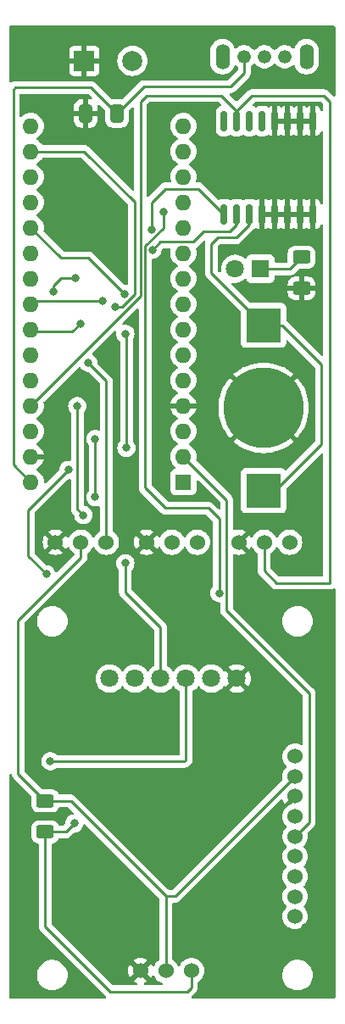
<source format=gbr>
%TF.GenerationSoftware,KiCad,Pcbnew,8.0.8*%
%TF.CreationDate,2025-07-07T15:36:10-04:00*%
%TF.ProjectId,V0.5.0,56302e35-2e30-42e6-9b69-6361645f7063,rev?*%
%TF.SameCoordinates,Original*%
%TF.FileFunction,Copper,L2,Bot*%
%TF.FilePolarity,Positive*%
%FSLAX46Y46*%
G04 Gerber Fmt 4.6, Leading zero omitted, Abs format (unit mm)*
G04 Created by KiCad (PCBNEW 8.0.8) date 2025-07-07 15:36:10*
%MOMM*%
%LPD*%
G01*
G04 APERTURE LIST*
G04 Aperture macros list*
%AMRoundRect*
0 Rectangle with rounded corners*
0 $1 Rounding radius*
0 $2 $3 $4 $5 $6 $7 $8 $9 X,Y pos of 4 corners*
0 Add a 4 corners polygon primitive as box body*
4,1,4,$2,$3,$4,$5,$6,$7,$8,$9,$2,$3,0*
0 Add four circle primitives for the rounded corners*
1,1,$1+$1,$2,$3*
1,1,$1+$1,$4,$5*
1,1,$1+$1,$6,$7*
1,1,$1+$1,$8,$9*
0 Add four rect primitives between the rounded corners*
20,1,$1+$1,$2,$3,$4,$5,0*
20,1,$1+$1,$4,$5,$6,$7,0*
20,1,$1+$1,$6,$7,$8,$9,0*
20,1,$1+$1,$8,$9,$2,$3,0*%
G04 Aperture macros list end*
%TA.AperFunction,ComponentPad*%
%ADD10C,1.324000*%
%TD*%
%TA.AperFunction,ComponentPad*%
%ADD11O,1.424000X2.524000*%
%TD*%
%TA.AperFunction,ComponentPad*%
%ADD12R,1.600000X1.600000*%
%TD*%
%TA.AperFunction,ComponentPad*%
%ADD13O,1.600000X1.600000*%
%TD*%
%TA.AperFunction,ComponentPad*%
%ADD14C,1.524000*%
%TD*%
%TA.AperFunction,ComponentPad*%
%ADD15R,1.800000X1.800000*%
%TD*%
%TA.AperFunction,ComponentPad*%
%ADD16C,1.800000*%
%TD*%
%TA.AperFunction,SMDPad,CuDef*%
%ADD17RoundRect,0.250000X0.412500X0.650000X-0.412500X0.650000X-0.412500X-0.650000X0.412500X-0.650000X0*%
%TD*%
%TA.AperFunction,SMDPad,CuDef*%
%ADD18RoundRect,0.250000X-0.625000X0.400000X-0.625000X-0.400000X0.625000X-0.400000X0.625000X0.400000X0*%
%TD*%
%TA.AperFunction,SMDPad,CuDef*%
%ADD19RoundRect,0.150000X-0.150000X0.875000X-0.150000X-0.875000X0.150000X-0.875000X0.150000X0.875000X0*%
%TD*%
%TA.AperFunction,SMDPad,CuDef*%
%ADD20R,3.500000X3.500000*%
%TD*%
%TA.AperFunction,SMDPad,CuDef*%
%ADD21C,8.000000*%
%TD*%
%TA.AperFunction,SMDPad,CuDef*%
%ADD22RoundRect,0.250000X0.625000X-0.400000X0.625000X0.400000X-0.625000X0.400000X-0.625000X-0.400000X0*%
%TD*%
%TA.AperFunction,ComponentPad*%
%ADD23C,2.000000*%
%TD*%
%TA.AperFunction,ComponentPad*%
%ADD24R,2.000000X2.000000*%
%TD*%
%TA.AperFunction,ViaPad*%
%ADD25C,0.800000*%
%TD*%
%TA.AperFunction,Conductor*%
%ADD26C,0.250000*%
%TD*%
G04 APERTURE END LIST*
D10*
%TO.P,U3,1,X*%
%TO.N,unconnected-(U3-X-Pad1)*%
X124732000Y-30120000D03*
%TO.P,U3,2,PI*%
%TO.N,Net-(U1-Power)*%
X122700000Y-30120000D03*
%TO.P,U3,3,PO*%
%TO.N,Net-(A1-VIN)*%
X120668000Y-30120000D03*
D11*
%TO.P,U3,4*%
%TO.N,N/C*%
X126891000Y-30120000D03*
%TO.P,U3,5*%
X118509000Y-30120000D03*
%TD*%
D12*
%TO.P,A1,1,D1/TX*%
%TO.N,unconnected-(A1-D1{slash}TX-Pad1)*%
X114600000Y-72600000D03*
D13*
%TO.P,A1,2,D0/RX*%
%TO.N,Net-(A1-D0{slash}RX)*%
X114600000Y-70060000D03*
%TO.P,A1,3,~{RESET}*%
%TO.N,unconnected-(A1-~{RESET}-Pad3)*%
X114600000Y-67520000D03*
%TO.P,A1,4,GND*%
%TO.N,GND*%
X114600000Y-64980000D03*
%TO.P,A1,5,D2*%
%TO.N,unconnected-(A1-D2-Pad5)*%
X114600000Y-62440000D03*
%TO.P,A1,6,D3*%
%TO.N,unconnected-(A1-D3-Pad6)*%
X114600000Y-59900000D03*
%TO.P,A1,7,D4*%
%TO.N,unconnected-(A1-D4-Pad7)*%
X114600000Y-57360000D03*
%TO.P,A1,8,D5*%
%TO.N,Net-(A1-D5)*%
X114600000Y-54820000D03*
%TO.P,A1,9,D6*%
%TO.N,unconnected-(A1-D6-Pad9)*%
X114600000Y-52280000D03*
%TO.P,A1,10,D7*%
%TO.N,Net-(A1-D7)*%
X114600000Y-49740000D03*
%TO.P,A1,11,D8*%
%TO.N,unconnected-(A1-D8-Pad11)*%
X114600000Y-47200000D03*
%TO.P,A1,12,D9*%
%TO.N,unconnected-(A1-D9-Pad12)*%
X114600000Y-44660000D03*
%TO.P,A1,13,D10*%
%TO.N,Net-(A1-D10)*%
X114600000Y-42120000D03*
%TO.P,A1,14,D11*%
%TO.N,Net-(A1-D11)*%
X114600000Y-39580000D03*
%TO.P,A1,15,D12*%
%TO.N,Net-(A1-D12)*%
X114600000Y-37040000D03*
%TO.P,A1,16,D13*%
%TO.N,Net-(A1-D13)*%
X99360000Y-37040000D03*
%TO.P,A1,17,3V3*%
%TO.N,Net-(A1-3V3)*%
X99360000Y-39580000D03*
%TO.P,A1,18,AREF*%
%TO.N,unconnected-(A1-AREF-Pad18)*%
X99360000Y-42120000D03*
%TO.P,A1,19,A0*%
%TO.N,Net-(A1-A0)*%
X99360000Y-44660000D03*
%TO.P,A1,20,A1*%
%TO.N,Net-(A1-A1)*%
X99360000Y-47200000D03*
%TO.P,A1,21,A2*%
%TO.N,unconnected-(A1-A2-Pad21)*%
X99360000Y-49740000D03*
%TO.P,A1,22,A3*%
%TO.N,unconnected-(A1-A3-Pad22)*%
X99360000Y-52280000D03*
%TO.P,A1,23,A4*%
%TO.N,Net-(A1-A4)*%
X99360000Y-54820000D03*
%TO.P,A1,24,A5*%
%TO.N,Net-(A1-A5)*%
X99360000Y-57360000D03*
%TO.P,A1,25,A6*%
%TO.N,unconnected-(A1-A6-Pad25)*%
X99360000Y-59900000D03*
%TO.P,A1,26,A7*%
%TO.N,Net-(A1-A7)*%
X99360000Y-62440000D03*
%TO.P,A1,27,+5V*%
%TO.N,Net-(A1-+5V)*%
X99360000Y-64980000D03*
%TO.P,A1,28,~{RESET}*%
%TO.N,unconnected-(A1-~{RESET}-Pad28)*%
X99360000Y-67520000D03*
%TO.P,A1,29,GND*%
%TO.N,GND*%
X99360000Y-70060000D03*
%TO.P,A1,30,VIN*%
%TO.N,Net-(A1-VIN)*%
X99360000Y-72600000D03*
%TD*%
D14*
%TO.P,U7,1,GND*%
%TO.N,GND*%
X110920000Y-78610000D03*
%TO.P,U7,2,+*%
%TO.N,Net-(A1-+5V)*%
X113460000Y-78610000D03*
%TO.P,U7,3,A*%
%TO.N,Net-(A1-A7)*%
X116000000Y-78610000D03*
%TD*%
%TO.P,U4,1,GND*%
%TO.N,GND*%
X101820000Y-78610000D03*
%TO.P,U4,2,+*%
%TO.N,Net-(A1-+5V)*%
X104360000Y-78610000D03*
%TO.P,U4,3,A*%
%TO.N,Net-(A1-A0)*%
X106900000Y-78610000D03*
%TD*%
%TO.P,U5,1,GND*%
%TO.N,GND*%
X120120000Y-78610000D03*
%TO.P,U5,2,+*%
%TO.N,Net-(A1-+5V)*%
X122660000Y-78610000D03*
%TO.P,U5,3,A*%
%TO.N,Net-(A1-A1)*%
X125200000Y-78610000D03*
%TD*%
%TO.P,U8,1,Gnd*%
%TO.N,GND*%
X110320000Y-121410000D03*
%TO.P,U8,2,5V*%
%TO.N,Net-(A1-+5V)*%
X112860000Y-121410000D03*
%TO.P,U8,3,D*%
%TO.N,Net-(A1-D7)*%
X115400000Y-121410000D03*
%TD*%
D15*
%TO.P,D1,1,K*%
%TO.N,Net-(D1-K)*%
X122300000Y-51300000D03*
D16*
%TO.P,D1,2,A*%
%TO.N,Net-(A1-D5)*%
X119760000Y-51300000D03*
%TD*%
D14*
%TO.P,U9,1,3.3v*%
%TO.N,unconnected-(U9-3.3v-Pad1)*%
X125750000Y-116000000D03*
%TO.P,U9,2,EN*%
%TO.N,unconnected-(U9-EN-Pad2)*%
X125750000Y-114000000D03*
%TO.P,U9,3,VBAT*%
%TO.N,unconnected-(U9-VBAT-Pad3)*%
X125750000Y-112000000D03*
%TO.P,U9,4,FIX*%
%TO.N,unconnected-(U9-FIX-Pad4)*%
X125750000Y-110000000D03*
%TO.P,U9,5,TX*%
%TO.N,Net-(A1-D0{slash}RX)*%
X125750000Y-108000000D03*
%TO.P,U9,6,RX*%
%TO.N,unconnected-(U9-RX-Pad6)*%
X125750000Y-106000000D03*
%TO.P,U9,7,GND*%
%TO.N,GND*%
X125750000Y-104000000D03*
%TO.P,U9,8,VIN*%
%TO.N,Net-(A1-+5V)*%
X125750000Y-102000000D03*
%TO.P,U9,9,PPS*%
%TO.N,unconnected-(U9-PPS-Pad9)*%
X125750000Y-100000000D03*
%TD*%
D17*
%TO.P,C1,1*%
%TO.N,Net-(A1-VIN)*%
X107962500Y-35800000D03*
%TO.P,C1,2*%
%TO.N,GND*%
X104837500Y-35800000D03*
%TD*%
D18*
%TO.P,R2,1*%
%TO.N,Net-(D1-K)*%
X126400000Y-50150000D03*
%TO.P,R2,2*%
%TO.N,GND*%
X126400000Y-53250000D03*
%TD*%
D19*
%TO.P,U6,1,32KHZ*%
%TO.N,unconnected-(U6-32KHZ-Pad1)*%
X118655000Y-36550000D03*
%TO.P,U6,2,VCC*%
%TO.N,Net-(A1-+5V)*%
X119925000Y-36550000D03*
%TO.P,U6,3,~{INT}/SQW*%
%TO.N,unconnected-(U6-~{INT}{slash}SQW-Pad3)*%
X121195000Y-36550000D03*
%TO.P,U6,4,~{RST}*%
%TO.N,unconnected-(U6-~{RST}-Pad4)*%
X122465000Y-36550000D03*
%TO.P,U6,5,GND*%
%TO.N,GND*%
X123735000Y-36550000D03*
%TO.P,U6,6,GND*%
X125005000Y-36550000D03*
%TO.P,U6,7,GND*%
X126275000Y-36550000D03*
%TO.P,U6,8,GND*%
X127545000Y-36550000D03*
%TO.P,U6,9,GND*%
X127545000Y-45850000D03*
%TO.P,U6,10,GND*%
X126275000Y-45850000D03*
%TO.P,U6,11,GND*%
X125005000Y-45850000D03*
%TO.P,U6,12,GND*%
X123735000Y-45850000D03*
%TO.P,U6,13,GND*%
X122465000Y-45850000D03*
%TO.P,U6,14,VBAT*%
%TO.N,Net-(BT1-+)*%
X121195000Y-45850000D03*
%TO.P,U6,15,SDA*%
%TO.N,Net-(A1-A4)*%
X119925000Y-45850000D03*
%TO.P,U6,16,SCL*%
%TO.N,Net-(A1-A5)*%
X118655000Y-45850000D03*
%TD*%
D20*
%TO.P,BT1,1,+*%
%TO.N,Net-(BT1-+)*%
X122600000Y-73455000D03*
X122600000Y-56945000D03*
D21*
%TO.P,BT1,2,-*%
%TO.N,GND*%
X122600000Y-65200000D03*
%TD*%
D16*
%TO.P,U2,1,3V*%
%TO.N,Net-(A1-3V3)*%
X107230000Y-92230000D03*
%TO.P,U2,2,CS*%
%TO.N,Net-(A1-D10)*%
X109770000Y-92230000D03*
%TO.P,U2,3,Mosi*%
%TO.N,Net-(A1-D11)*%
X112310000Y-92230000D03*
%TO.P,U2,4,CLK*%
%TO.N,Net-(A1-D13)*%
X114850000Y-92230000D03*
%TO.P,U2,5,Miso*%
%TO.N,Net-(A1-D12)*%
X117390000Y-92230000D03*
%TO.P,U2,6,GND*%
%TO.N,GND*%
X119930000Y-92230000D03*
%TD*%
D22*
%TO.P,R1,1*%
%TO.N,Net-(A1-D7)*%
X100800000Y-107550000D03*
%TO.P,R1,2*%
%TO.N,Net-(A1-+5V)*%
X100800000Y-104450000D03*
%TD*%
D23*
%TO.P,U1,1,Power*%
%TO.N,Net-(U1-Power)*%
X109510000Y-30530000D03*
D24*
%TO.P,U1,2,Gnd*%
%TO.N,GND*%
X104700000Y-30530000D03*
%TD*%
D25*
%TO.N,Net-(A1-D13)*%
X101300000Y-100500000D03*
%TO.N,Net-(A1-D7)*%
X103700000Y-106700000D03*
%TO.N,GND*%
X101500000Y-34500000D03*
X106600000Y-31800000D03*
X114000000Y-28800000D03*
X126500000Y-57400000D03*
X120700000Y-121900000D03*
X101700000Y-29000000D03*
X123300000Y-119500000D03*
X107800000Y-86000000D03*
X118800000Y-107100000D03*
X113600000Y-84800000D03*
X114100000Y-31200000D03*
X99600000Y-32100000D03*
X112100000Y-61600000D03*
X127700000Y-48300000D03*
X126800000Y-117100000D03*
X101600000Y-94500000D03*
X109100000Y-74600000D03*
X118100000Y-71800000D03*
X101700000Y-44100000D03*
X99400000Y-118500000D03*
X126100000Y-75200000D03*
%TO.N,Net-(A1-A1)*%
X108700000Y-53800000D03*
X108800000Y-57800000D03*
X108900000Y-69200000D03*
%TO.N,Net-(A1-A5)*%
X111400000Y-47400000D03*
X104300000Y-56800000D03*
%TO.N,Net-(A1-A7)*%
X105800000Y-68300000D03*
X105800000Y-74100000D03*
%TO.N,Net-(A1-3V3)*%
X107800000Y-55100000D03*
X103100000Y-71400000D03*
X100900000Y-81800000D03*
%TO.N,Net-(A1-D11)*%
X104000000Y-65000000D03*
X104600000Y-75900000D03*
X101600000Y-53600000D03*
X103800000Y-52200000D03*
X108800000Y-80700000D03*
%TO.N,Net-(A1-D10)*%
X112600000Y-45600000D03*
X118200000Y-83700000D03*
%TO.N,Net-(A1-A0)*%
X105100000Y-60700000D03*
%TO.N,Net-(A1-A4)*%
X106500000Y-54500000D03*
X111500000Y-49400000D03*
%TD*%
D26*
%TO.N,Net-(A1-D13)*%
X114700000Y-100500000D02*
X114850000Y-100350000D01*
X101300000Y-100500000D02*
X114700000Y-100500000D01*
X114850000Y-100350000D02*
X114850000Y-92230000D01*
%TO.N,Net-(A1-D7)*%
X115400000Y-123100000D02*
X115000000Y-123500000D01*
X102850000Y-107550000D02*
X103700000Y-106700000D01*
X115000000Y-123500000D02*
X107300000Y-123500000D01*
X100800000Y-117000000D02*
X100800000Y-107550000D01*
X107300000Y-123500000D02*
X100800000Y-117000000D01*
X100800000Y-107550000D02*
X102850000Y-107550000D01*
X115400000Y-121410000D02*
X115400000Y-123100000D01*
%TO.N,Net-(A1-A1)*%
X108900000Y-57900000D02*
X108800000Y-57800000D01*
X99360000Y-47200000D02*
X102360000Y-50200000D01*
X108900000Y-69200000D02*
X108900000Y-57900000D01*
X105100000Y-50200000D02*
X108700000Y-53800000D01*
X102360000Y-50200000D02*
X105100000Y-50200000D01*
%TO.N,Net-(A1-A5)*%
X112800000Y-43300000D02*
X116105000Y-43300000D01*
X104300000Y-56800000D02*
X103500000Y-57600000D01*
X111400000Y-44700000D02*
X112800000Y-43300000D01*
X111400000Y-47400000D02*
X111400000Y-44700000D01*
X116105000Y-43300000D02*
X118655000Y-45850000D01*
X103500000Y-57600000D02*
X99600000Y-57600000D01*
X99600000Y-57600000D02*
X99360000Y-57360000D01*
%TO.N,Net-(A1-A7)*%
X105800000Y-68300000D02*
X105800000Y-74100000D01*
%TO.N,Net-(A1-3V3)*%
X109700000Y-44600000D02*
X104680000Y-39580000D01*
X99100000Y-75400000D02*
X103100000Y-71400000D01*
X99100000Y-80000000D02*
X99100000Y-75400000D01*
X109700000Y-53873002D02*
X109700000Y-44600000D01*
X107800000Y-55100000D02*
X108473002Y-55100000D01*
X108473002Y-55100000D02*
X109700000Y-53873002D01*
X104680000Y-39580000D02*
X99360000Y-39580000D01*
X100900000Y-81800000D02*
X99100000Y-80000000D01*
%TO.N,Net-(A1-+5V)*%
X125750000Y-102000000D02*
X113790000Y-113960000D01*
X122660000Y-81460000D02*
X122660000Y-78610000D01*
X129200000Y-82700000D02*
X123900000Y-82700000D01*
X110300000Y-54040000D02*
X110300000Y-34600000D01*
X112860000Y-113960000D02*
X112860000Y-121410000D01*
X110900000Y-34000000D02*
X118400000Y-34000000D01*
X118400000Y-34000000D02*
X119925000Y-35525000D01*
X129200000Y-34600000D02*
X129200000Y-82700000D01*
X121450000Y-34000000D02*
X128600000Y-34000000D01*
X100800000Y-104450000D02*
X103350000Y-104450000D01*
X119925000Y-35525000D02*
X119925000Y-36550000D01*
X113790000Y-113960000D02*
X112860000Y-113960000D01*
X103350000Y-104450000D02*
X112860000Y-113960000D01*
X110300000Y-34600000D02*
X110900000Y-34000000D01*
X123900000Y-82700000D02*
X122660000Y-81460000D01*
X99360000Y-64980000D02*
X110300000Y-54040000D01*
X104360000Y-80140000D02*
X98100000Y-86400000D01*
X128600000Y-34000000D02*
X129200000Y-34600000D01*
X98100000Y-86400000D02*
X98100000Y-101750000D01*
X104360000Y-78610000D02*
X104360000Y-80140000D01*
X98100000Y-101750000D02*
X100800000Y-104450000D01*
X119925000Y-35525000D02*
X121450000Y-34000000D01*
%TO.N,Net-(A1-D11)*%
X112310000Y-87110000D02*
X112310000Y-92230000D01*
X104000000Y-75300000D02*
X104600000Y-75900000D01*
X108800000Y-83600000D02*
X112310000Y-87110000D01*
X104000000Y-70900000D02*
X104000000Y-75300000D01*
X104000000Y-65000000D02*
X104000000Y-70900000D01*
X103800000Y-52200000D02*
X102400000Y-52200000D01*
X101600000Y-53000000D02*
X101600000Y-53600000D01*
X108800000Y-80700000D02*
X108800000Y-83600000D01*
X102400000Y-52200000D02*
X101600000Y-53000000D01*
%TO.N,Net-(A1-D10)*%
X118200000Y-76300000D02*
X117100000Y-75200000D01*
X118200000Y-83700000D02*
X118200000Y-76300000D01*
X117100000Y-75200000D02*
X112800000Y-75200000D01*
X110774999Y-49051999D02*
X112600000Y-47226998D01*
X112800000Y-75200000D02*
X110774999Y-73174999D01*
X110774999Y-73174999D02*
X110774999Y-49051999D01*
X112600000Y-47226998D02*
X112600000Y-45600000D01*
%TO.N,Net-(A1-VIN)*%
X97600000Y-33400000D02*
X97800000Y-33200000D01*
X99360000Y-72600000D02*
X97600000Y-70840000D01*
X120668000Y-30120000D02*
X120668000Y-31732000D01*
X97600000Y-70840000D02*
X97600000Y-33400000D01*
X110662500Y-33100000D02*
X107962500Y-35800000D01*
X119300000Y-33100000D02*
X110662500Y-33100000D01*
X120668000Y-31732000D02*
X119300000Y-33100000D01*
X97800000Y-33200000D02*
X105362500Y-33200000D01*
X105362500Y-33200000D02*
X107962500Y-35800000D01*
%TO.N,Net-(A1-A0)*%
X106900000Y-62500000D02*
X105100000Y-60700000D01*
X106900000Y-78610000D02*
X106900000Y-62500000D01*
%TO.N,Net-(A1-A4)*%
X99680000Y-54500000D02*
X99360000Y-54820000D01*
X119200000Y-47600000D02*
X116600000Y-47600000D01*
X112285001Y-48614999D02*
X111500000Y-49400000D01*
X119925000Y-46875000D02*
X119200000Y-47600000D01*
X119925000Y-45850000D02*
X119925000Y-46875000D01*
X106500000Y-54500000D02*
X99680000Y-54500000D01*
X115585001Y-48614999D02*
X112285001Y-48614999D01*
X116600000Y-47600000D02*
X115585001Y-48614999D01*
%TO.N,Net-(BT1-+)*%
X122600000Y-73455000D02*
X123745000Y-73455000D01*
X128400000Y-60900000D02*
X124445000Y-56945000D01*
X128400000Y-68800000D02*
X128400000Y-60900000D01*
X119870000Y-48200000D02*
X121195000Y-46875000D01*
X124445000Y-56945000D02*
X122600000Y-56945000D01*
X121195000Y-46875000D02*
X121195000Y-45850000D01*
X117400000Y-51745000D02*
X122600000Y-56945000D01*
X118000000Y-48200000D02*
X119870000Y-48200000D01*
X117400000Y-48800000D02*
X118000000Y-48200000D01*
X123745000Y-73455000D02*
X128400000Y-68800000D01*
X117400000Y-48800000D02*
X117400000Y-51745000D01*
%TO.N,Net-(D1-K)*%
X125250000Y-51300000D02*
X126400000Y-50150000D01*
X122300000Y-51300000D02*
X125250000Y-51300000D01*
%TO.N,Net-(A1-D0{slash}RX)*%
X127158103Y-93683408D02*
X118925000Y-85450305D01*
X118925000Y-74385000D02*
X114600000Y-70060000D01*
X118925000Y-85450305D02*
X118925000Y-74385000D01*
X127158103Y-106591897D02*
X127158103Y-93683408D01*
X125750000Y-108000000D02*
X127158103Y-106591897D01*
%TD*%
%TA.AperFunction,Conductor*%
%TO.N,GND*%
G36*
X97434012Y-101784881D02*
G01*
X97472396Y-101844607D01*
X97475078Y-101855520D01*
X97490845Y-101934785D01*
X97538600Y-102050075D01*
X97607929Y-102153833D01*
X99379596Y-103925501D01*
X99413621Y-103987811D01*
X99416500Y-104014594D01*
X99416500Y-104900544D01*
X99427112Y-105004425D01*
X99482885Y-105172738D01*
X99575970Y-105323652D01*
X99575975Y-105323658D01*
X99701341Y-105449024D01*
X99701347Y-105449029D01*
X99701348Y-105449030D01*
X99852262Y-105542115D01*
X100020574Y-105597887D01*
X100124455Y-105608500D01*
X101475544Y-105608499D01*
X101579426Y-105597887D01*
X101747738Y-105542115D01*
X101898652Y-105449030D01*
X102024030Y-105323652D01*
X102117115Y-105172738D01*
X102118068Y-105169863D01*
X102119255Y-105168148D01*
X102120217Y-105166086D01*
X102120569Y-105166250D01*
X102158484Y-105111493D01*
X102224041Y-105084239D01*
X102237671Y-105083500D01*
X103035406Y-105083500D01*
X103103527Y-105103502D01*
X103124501Y-105120405D01*
X103598006Y-105593910D01*
X103632032Y-105656222D01*
X103626967Y-105727037D01*
X103584420Y-105783873D01*
X103535109Y-105806251D01*
X103417715Y-105831204D01*
X103243247Y-105908882D01*
X103088744Y-106021135D01*
X102960965Y-106163048D01*
X102960958Y-106163058D01*
X102865476Y-106328438D01*
X102865473Y-106328445D01*
X102806457Y-106510072D01*
X102789093Y-106675290D01*
X102762080Y-106740947D01*
X102752879Y-106751215D01*
X102624501Y-106879595D01*
X102562189Y-106913620D01*
X102535405Y-106916500D01*
X102237671Y-106916500D01*
X102169550Y-106896498D01*
X102123057Y-106842842D01*
X102118068Y-106830137D01*
X102117116Y-106827264D01*
X102117115Y-106827262D01*
X102024030Y-106676348D01*
X102024029Y-106676347D01*
X102024024Y-106676341D01*
X101898658Y-106550975D01*
X101898652Y-106550970D01*
X101832346Y-106510072D01*
X101747738Y-106457885D01*
X101663582Y-106429999D01*
X101579427Y-106402113D01*
X101579420Y-106402112D01*
X101475553Y-106391500D01*
X100124455Y-106391500D01*
X100020574Y-106402112D01*
X99852261Y-106457885D01*
X99701347Y-106550970D01*
X99701341Y-106550975D01*
X99575975Y-106676341D01*
X99575970Y-106676347D01*
X99482885Y-106827262D01*
X99427113Y-106995572D01*
X99427112Y-106995579D01*
X99416500Y-107099446D01*
X99416500Y-108000544D01*
X99427112Y-108104425D01*
X99482885Y-108272738D01*
X99575970Y-108423652D01*
X99575975Y-108423658D01*
X99701341Y-108549024D01*
X99701347Y-108549029D01*
X99701348Y-108549030D01*
X99852262Y-108642115D01*
X100020574Y-108697887D01*
X100053309Y-108701231D01*
X100119041Y-108728052D01*
X100159840Y-108786155D01*
X100166500Y-108826578D01*
X100166500Y-116937606D01*
X100166500Y-117062394D01*
X100190845Y-117184785D01*
X100238600Y-117300075D01*
X100307929Y-117403833D01*
X100307931Y-117403835D01*
X106863501Y-123959405D01*
X106897527Y-124021717D01*
X106892462Y-124092532D01*
X106849915Y-124149368D01*
X106783395Y-124174179D01*
X106774406Y-124174500D01*
X97351500Y-124174500D01*
X97283379Y-124154498D01*
X97236886Y-124100842D01*
X97225500Y-124048500D01*
X97225500Y-121850000D01*
X99969783Y-121850000D01*
X99988623Y-122089379D01*
X100006331Y-122163140D01*
X100044676Y-122322861D01*
X100044677Y-122322863D01*
X100136567Y-122544704D01*
X100188466Y-122629396D01*
X100262025Y-122749435D01*
X100262030Y-122749442D01*
X100417972Y-122932027D01*
X100596381Y-123084402D01*
X100600561Y-123087972D01*
X100805296Y-123213433D01*
X101027137Y-123305323D01*
X101260621Y-123361377D01*
X101500000Y-123380217D01*
X101739379Y-123361377D01*
X101972863Y-123305323D01*
X102194704Y-123213433D01*
X102399439Y-123087972D01*
X102582027Y-122932027D01*
X102737972Y-122749439D01*
X102863433Y-122544704D01*
X102955323Y-122322863D01*
X103011377Y-122089379D01*
X103030217Y-121850000D01*
X103011377Y-121610621D01*
X102955323Y-121377137D01*
X102863433Y-121155296D01*
X102752318Y-120973972D01*
X102737974Y-120950564D01*
X102737969Y-120950557D01*
X102582027Y-120767972D01*
X102399442Y-120612030D01*
X102399435Y-120612025D01*
X102216122Y-120499692D01*
X102194704Y-120486567D01*
X101972863Y-120394677D01*
X101972861Y-120394676D01*
X101813140Y-120356331D01*
X101739379Y-120338623D01*
X101500000Y-120319783D01*
X101260621Y-120338623D01*
X101027138Y-120394676D01*
X100805294Y-120486568D01*
X100600564Y-120612025D01*
X100600557Y-120612030D01*
X100417972Y-120767972D01*
X100262030Y-120950557D01*
X100262025Y-120950564D01*
X100136568Y-121155294D01*
X100044676Y-121377138D01*
X100022098Y-121471186D01*
X99988623Y-121610621D01*
X99969783Y-121850000D01*
X97225500Y-121850000D01*
X97225500Y-101880105D01*
X97245502Y-101811984D01*
X97299158Y-101765491D01*
X97369432Y-101755387D01*
X97434012Y-101784881D01*
G37*
%TD.AperFunction*%
%TA.AperFunction,Conductor*%
G36*
X121179812Y-79310603D02*
G01*
X121179814Y-79310603D01*
X121224052Y-79247426D01*
X121224053Y-79247425D01*
X121275529Y-79137035D01*
X121322446Y-79083750D01*
X121390723Y-79064289D01*
X121458683Y-79084831D01*
X121503919Y-79137035D01*
X121555511Y-79247675D01*
X121555512Y-79247677D01*
X121683016Y-79429772D01*
X121683020Y-79429777D01*
X121683023Y-79429781D01*
X121840219Y-79586977D01*
X121972772Y-79679792D01*
X122017099Y-79735246D01*
X122026500Y-79783003D01*
X122026500Y-81522396D01*
X122036185Y-81571086D01*
X122050845Y-81644785D01*
X122098600Y-81760075D01*
X122167929Y-81863833D01*
X123496167Y-83192071D01*
X123599925Y-83261400D01*
X123715215Y-83309155D01*
X123837606Y-83333500D01*
X123837607Y-83333500D01*
X129262393Y-83333500D01*
X129262394Y-83333500D01*
X129384785Y-83309155D01*
X129500075Y-83261400D01*
X129578498Y-83208998D01*
X129646251Y-83187784D01*
X129714718Y-83206567D01*
X129762161Y-83259384D01*
X129774500Y-83313764D01*
X129774500Y-124048500D01*
X129754498Y-124116621D01*
X129700842Y-124163114D01*
X129648500Y-124174500D01*
X115525594Y-124174500D01*
X115457473Y-124154498D01*
X115410980Y-124100842D01*
X115400876Y-124030568D01*
X115430370Y-123965988D01*
X115436499Y-123959405D01*
X115892071Y-123503833D01*
X115961400Y-123400075D01*
X116009155Y-123284785D01*
X116009688Y-123282102D01*
X116010231Y-123279379D01*
X116033499Y-123162399D01*
X116033500Y-123162392D01*
X116033500Y-122583003D01*
X116053502Y-122514882D01*
X116087225Y-122479793D01*
X116219781Y-122386977D01*
X116376977Y-122229781D01*
X116504488Y-122047677D01*
X116596666Y-121850000D01*
X124469783Y-121850000D01*
X124488623Y-122089379D01*
X124506331Y-122163140D01*
X124544676Y-122322861D01*
X124544677Y-122322863D01*
X124636567Y-122544704D01*
X124688466Y-122629396D01*
X124762025Y-122749435D01*
X124762030Y-122749442D01*
X124917972Y-122932027D01*
X125096381Y-123084402D01*
X125100561Y-123087972D01*
X125305296Y-123213433D01*
X125527137Y-123305323D01*
X125760621Y-123361377D01*
X126000000Y-123380217D01*
X126239379Y-123361377D01*
X126472863Y-123305323D01*
X126694704Y-123213433D01*
X126899439Y-123087972D01*
X127082027Y-122932027D01*
X127237972Y-122749439D01*
X127363433Y-122544704D01*
X127455323Y-122322863D01*
X127511377Y-122089379D01*
X127530217Y-121850000D01*
X127511377Y-121610621D01*
X127455323Y-121377137D01*
X127363433Y-121155296D01*
X127252318Y-120973972D01*
X127237974Y-120950564D01*
X127237969Y-120950557D01*
X127082027Y-120767972D01*
X126899442Y-120612030D01*
X126899435Y-120612025D01*
X126716122Y-120499692D01*
X126694704Y-120486567D01*
X126472863Y-120394677D01*
X126472861Y-120394676D01*
X126313140Y-120356331D01*
X126239379Y-120338623D01*
X126000000Y-120319783D01*
X125760621Y-120338623D01*
X125527138Y-120394676D01*
X125305294Y-120486568D01*
X125100564Y-120612025D01*
X125100557Y-120612030D01*
X124917972Y-120767972D01*
X124762030Y-120950557D01*
X124762025Y-120950564D01*
X124636568Y-121155294D01*
X124544676Y-121377138D01*
X124522098Y-121471186D01*
X124488623Y-121610621D01*
X124469783Y-121850000D01*
X116596666Y-121850000D01*
X116598440Y-121846196D01*
X116655978Y-121631463D01*
X116675353Y-121410000D01*
X116655978Y-121188537D01*
X116598440Y-120973804D01*
X116504488Y-120772324D01*
X116376977Y-120590219D01*
X116219781Y-120433023D01*
X116219777Y-120433020D01*
X116219772Y-120433016D01*
X116037677Y-120305512D01*
X116037675Y-120305511D01*
X115836199Y-120211561D01*
X115836193Y-120211559D01*
X115794074Y-120200273D01*
X115621463Y-120154022D01*
X115400000Y-120134647D01*
X115178537Y-120154022D01*
X115063463Y-120184856D01*
X114963806Y-120211559D01*
X114963801Y-120211561D01*
X114762323Y-120305512D01*
X114580222Y-120433020D01*
X114580216Y-120433025D01*
X114423025Y-120590216D01*
X114423020Y-120590222D01*
X114295512Y-120772323D01*
X114244195Y-120882373D01*
X114197277Y-120935658D01*
X114129000Y-120955119D01*
X114061040Y-120934577D01*
X114015805Y-120882373D01*
X113964603Y-120772571D01*
X113964488Y-120772324D01*
X113836977Y-120590219D01*
X113679781Y-120433023D01*
X113679771Y-120433016D01*
X113547229Y-120340208D01*
X113502901Y-120284750D01*
X113493500Y-120236995D01*
X113493500Y-114719500D01*
X113513502Y-114651379D01*
X113567158Y-114604886D01*
X113619500Y-114593500D01*
X113852393Y-114593500D01*
X113852394Y-114593500D01*
X113974785Y-114569155D01*
X114090075Y-114521400D01*
X114193833Y-114452071D01*
X124325412Y-104320490D01*
X124387720Y-104286468D01*
X124458535Y-104291532D01*
X124515371Y-104334079D01*
X124536210Y-104376976D01*
X124552032Y-104436025D01*
X124552033Y-104436027D01*
X124645946Y-104637425D01*
X124690184Y-104700603D01*
X124690186Y-104700603D01*
X125369000Y-104021789D01*
X125369000Y-104050160D01*
X125394964Y-104147061D01*
X125445124Y-104233940D01*
X125516060Y-104304876D01*
X125602939Y-104355036D01*
X125699840Y-104381000D01*
X125728209Y-104381000D01*
X125317981Y-104791227D01*
X125282137Y-104816325D01*
X125112325Y-104895510D01*
X124930222Y-105023020D01*
X124930216Y-105023025D01*
X124773025Y-105180216D01*
X124773020Y-105180222D01*
X124645512Y-105362323D01*
X124551561Y-105563801D01*
X124551559Y-105563806D01*
X124526796Y-105656222D01*
X124494022Y-105778537D01*
X124474647Y-106000000D01*
X124494022Y-106221463D01*
X124522686Y-106328438D01*
X124551559Y-106436193D01*
X124551561Y-106436199D01*
X124645511Y-106637675D01*
X124645512Y-106637677D01*
X124773016Y-106819772D01*
X124773020Y-106819777D01*
X124773023Y-106819781D01*
X124832837Y-106879595D01*
X124864147Y-106910905D01*
X124898172Y-106973217D01*
X124893106Y-107044033D01*
X124864147Y-107089095D01*
X124773020Y-107180222D01*
X124645512Y-107362323D01*
X124551561Y-107563801D01*
X124551559Y-107563806D01*
X124529695Y-107645405D01*
X124494022Y-107778537D01*
X124474647Y-108000000D01*
X124494022Y-108221463D01*
X124540273Y-108394074D01*
X124551559Y-108436193D01*
X124551561Y-108436199D01*
X124645511Y-108637675D01*
X124645512Y-108637677D01*
X124773016Y-108819772D01*
X124773020Y-108819777D01*
X124773023Y-108819781D01*
X124864147Y-108910905D01*
X124898172Y-108973217D01*
X124893106Y-109044033D01*
X124864147Y-109089095D01*
X124773020Y-109180222D01*
X124645512Y-109362323D01*
X124645512Y-109362324D01*
X124551560Y-109563804D01*
X124494022Y-109778537D01*
X124474647Y-110000000D01*
X124494022Y-110221463D01*
X124540273Y-110394074D01*
X124551559Y-110436193D01*
X124551561Y-110436199D01*
X124645511Y-110637675D01*
X124645512Y-110637677D01*
X124773016Y-110819772D01*
X124773020Y-110819777D01*
X124773023Y-110819781D01*
X124864147Y-110910905D01*
X124898172Y-110973217D01*
X124893106Y-111044033D01*
X124864147Y-111089095D01*
X124773020Y-111180222D01*
X124645512Y-111362323D01*
X124645512Y-111362324D01*
X124551560Y-111563804D01*
X124494022Y-111778537D01*
X124474647Y-112000000D01*
X124494022Y-112221463D01*
X124540273Y-112394074D01*
X124551559Y-112436193D01*
X124551561Y-112436199D01*
X124645511Y-112637675D01*
X124645512Y-112637677D01*
X124773016Y-112819772D01*
X124773020Y-112819777D01*
X124773023Y-112819781D01*
X124864147Y-112910905D01*
X124898172Y-112973217D01*
X124893106Y-113044033D01*
X124864147Y-113089095D01*
X124773020Y-113180222D01*
X124645512Y-113362323D01*
X124645512Y-113362324D01*
X124551560Y-113563804D01*
X124494022Y-113778537D01*
X124474647Y-114000000D01*
X124494022Y-114221463D01*
X124508259Y-114274594D01*
X124551559Y-114436193D01*
X124551561Y-114436199D01*
X124645511Y-114637675D01*
X124645512Y-114637677D01*
X124773016Y-114819772D01*
X124773020Y-114819777D01*
X124773023Y-114819781D01*
X124864147Y-114910905D01*
X124898172Y-114973217D01*
X124893106Y-115044033D01*
X124864147Y-115089095D01*
X124773020Y-115180222D01*
X124645512Y-115362323D01*
X124645512Y-115362324D01*
X124551560Y-115563804D01*
X124494022Y-115778537D01*
X124474647Y-116000000D01*
X124494022Y-116221463D01*
X124540273Y-116394074D01*
X124551559Y-116436193D01*
X124551561Y-116436199D01*
X124645511Y-116637675D01*
X124645512Y-116637677D01*
X124773016Y-116819772D01*
X124773020Y-116819777D01*
X124773023Y-116819781D01*
X124930219Y-116976977D01*
X124930223Y-116976980D01*
X124930227Y-116976983D01*
X125034124Y-117049732D01*
X125112323Y-117104488D01*
X125313804Y-117198440D01*
X125528537Y-117255978D01*
X125750000Y-117275353D01*
X125971463Y-117255978D01*
X126186196Y-117198440D01*
X126387677Y-117104488D01*
X126569781Y-116976977D01*
X126726977Y-116819781D01*
X126854488Y-116637677D01*
X126948440Y-116436196D01*
X127005978Y-116221463D01*
X127025353Y-116000000D01*
X127005978Y-115778537D01*
X126948440Y-115563804D01*
X126854488Y-115362324D01*
X126726977Y-115180219D01*
X126635853Y-115089095D01*
X126601827Y-115026783D01*
X126606892Y-114955968D01*
X126635853Y-114910905D01*
X126726977Y-114819781D01*
X126854488Y-114637677D01*
X126948440Y-114436196D01*
X127005978Y-114221463D01*
X127025353Y-114000000D01*
X127005978Y-113778537D01*
X126948440Y-113563804D01*
X126854488Y-113362324D01*
X126726977Y-113180219D01*
X126635853Y-113089095D01*
X126601827Y-113026783D01*
X126606892Y-112955968D01*
X126635853Y-112910905D01*
X126726977Y-112819781D01*
X126854488Y-112637677D01*
X126948440Y-112436196D01*
X127005978Y-112221463D01*
X127025353Y-112000000D01*
X127005978Y-111778537D01*
X126948440Y-111563804D01*
X126854488Y-111362324D01*
X126726977Y-111180219D01*
X126635853Y-111089095D01*
X126601827Y-111026783D01*
X126606892Y-110955968D01*
X126635853Y-110910905D01*
X126726977Y-110819781D01*
X126854488Y-110637677D01*
X126948440Y-110436196D01*
X127005978Y-110221463D01*
X127025353Y-110000000D01*
X127005978Y-109778537D01*
X126948440Y-109563804D01*
X126854488Y-109362324D01*
X126726977Y-109180219D01*
X126635853Y-109089095D01*
X126601827Y-109026783D01*
X126606892Y-108955968D01*
X126635853Y-108910905D01*
X126726977Y-108819781D01*
X126854488Y-108637677D01*
X126948440Y-108436196D01*
X127005978Y-108221463D01*
X127025353Y-108000000D01*
X127005978Y-107778537D01*
X126995513Y-107739483D01*
X126997201Y-107668512D01*
X127028122Y-107617780D01*
X127650174Y-106995730D01*
X127719503Y-106891972D01*
X127767258Y-106776682D01*
X127791603Y-106654291D01*
X127791603Y-106529504D01*
X127791603Y-93621014D01*
X127767258Y-93498623D01*
X127719503Y-93383333D01*
X127650174Y-93279575D01*
X127561936Y-93191337D01*
X120870599Y-86500000D01*
X124469783Y-86500000D01*
X124488623Y-86739378D01*
X124544676Y-86972861D01*
X124544677Y-86972863D01*
X124636567Y-87194704D01*
X124636568Y-87194705D01*
X124762025Y-87399435D01*
X124762030Y-87399442D01*
X124917972Y-87582027D01*
X125096381Y-87734402D01*
X125100561Y-87737972D01*
X125305296Y-87863433D01*
X125527137Y-87955323D01*
X125760621Y-88011377D01*
X126000000Y-88030217D01*
X126239379Y-88011377D01*
X126472863Y-87955323D01*
X126694704Y-87863433D01*
X126899439Y-87737972D01*
X127082027Y-87582027D01*
X127237972Y-87399439D01*
X127363433Y-87194704D01*
X127455323Y-86972863D01*
X127511377Y-86739379D01*
X127530217Y-86500000D01*
X127511377Y-86260621D01*
X127455323Y-86027137D01*
X127363433Y-85805296D01*
X127237972Y-85600561D01*
X127237969Y-85600557D01*
X127082027Y-85417972D01*
X126899442Y-85262030D01*
X126899435Y-85262025D01*
X126716122Y-85149692D01*
X126694704Y-85136567D01*
X126472863Y-85044677D01*
X126472861Y-85044676D01*
X126313140Y-85006331D01*
X126239379Y-84988623D01*
X126000000Y-84969783D01*
X125760621Y-84988623D01*
X125527138Y-85044676D01*
X125305294Y-85136568D01*
X125100564Y-85262025D01*
X125100557Y-85262030D01*
X124917972Y-85417972D01*
X124762030Y-85600557D01*
X124762025Y-85600564D01*
X124636568Y-85805294D01*
X124544676Y-86027138D01*
X124488623Y-86260621D01*
X124469783Y-86500000D01*
X120870599Y-86500000D01*
X119595405Y-85224806D01*
X119561379Y-85162494D01*
X119558500Y-85135711D01*
X119558500Y-79938553D01*
X119578502Y-79870432D01*
X119632158Y-79823939D01*
X119702432Y-79813835D01*
X119717111Y-79816846D01*
X119898625Y-79865482D01*
X120120000Y-79884850D01*
X120341374Y-79865482D01*
X120556023Y-79807968D01*
X120556027Y-79807966D01*
X120757425Y-79714053D01*
X120757426Y-79714052D01*
X120820603Y-79669814D01*
X120820603Y-79669813D01*
X120244947Y-79094158D01*
X120312993Y-79075925D01*
X120427007Y-79010099D01*
X120520099Y-78917007D01*
X120585925Y-78802993D01*
X120604157Y-78734948D01*
X121179812Y-79310603D01*
G37*
%TD.AperFunction*%
%TA.AperFunction,Conductor*%
G36*
X104808912Y-106804816D02*
G01*
X112189595Y-114185499D01*
X112223621Y-114247811D01*
X112226500Y-114274594D01*
X112226500Y-120236996D01*
X112206498Y-120305117D01*
X112172771Y-120340209D01*
X112040222Y-120433020D01*
X112040216Y-120433025D01*
X111883025Y-120590216D01*
X111883020Y-120590222D01*
X111755512Y-120772323D01*
X111703919Y-120882965D01*
X111657002Y-120936250D01*
X111588724Y-120955711D01*
X111520764Y-120935169D01*
X111475529Y-120882965D01*
X111424051Y-120772571D01*
X111379815Y-120709395D01*
X111379813Y-120709395D01*
X110804157Y-121285051D01*
X110785925Y-121217007D01*
X110720099Y-121102993D01*
X110627007Y-121009901D01*
X110512993Y-120944075D01*
X110444947Y-120925841D01*
X111020603Y-120350185D01*
X111020603Y-120350184D01*
X110957425Y-120305946D01*
X110756027Y-120212033D01*
X110756023Y-120212031D01*
X110541374Y-120154517D01*
X110320000Y-120135149D01*
X110098625Y-120154517D01*
X109883976Y-120212031D01*
X109883972Y-120212033D01*
X109682575Y-120305946D01*
X109619394Y-120350185D01*
X110195051Y-120925842D01*
X110127007Y-120944075D01*
X110012993Y-121009901D01*
X109919901Y-121102993D01*
X109854075Y-121217007D01*
X109835842Y-121285051D01*
X109260185Y-120709394D01*
X109215946Y-120772575D01*
X109122033Y-120973972D01*
X109122031Y-120973976D01*
X109064517Y-121188625D01*
X109045149Y-121410000D01*
X109064517Y-121631374D01*
X109122031Y-121846023D01*
X109122033Y-121846027D01*
X109215946Y-122047425D01*
X109260184Y-122110603D01*
X109260185Y-122110603D01*
X109835841Y-121534947D01*
X109854075Y-121602993D01*
X109919901Y-121717007D01*
X110012993Y-121810099D01*
X110127007Y-121875925D01*
X110195051Y-121894157D01*
X109619395Y-122469813D01*
X109619395Y-122469814D01*
X109682575Y-122514053D01*
X109682574Y-122514053D01*
X109883972Y-122607966D01*
X109883977Y-122607968D01*
X109924375Y-122618793D01*
X109984998Y-122655745D01*
X110016019Y-122719605D01*
X110007591Y-122790100D01*
X109962388Y-122844847D01*
X109894763Y-122866464D01*
X109891764Y-122866500D01*
X107614594Y-122866500D01*
X107546473Y-122846498D01*
X107525499Y-122829595D01*
X101470405Y-116774501D01*
X101436379Y-116712189D01*
X101433500Y-116685406D01*
X101433500Y-108826578D01*
X101453502Y-108758457D01*
X101507158Y-108711964D01*
X101546694Y-108701230D01*
X101579426Y-108697887D01*
X101747738Y-108642115D01*
X101898652Y-108549030D01*
X102024030Y-108423652D01*
X102117115Y-108272738D01*
X102118068Y-108269863D01*
X102119255Y-108268148D01*
X102120217Y-108266086D01*
X102120569Y-108266250D01*
X102158484Y-108211493D01*
X102224041Y-108184239D01*
X102237671Y-108183500D01*
X102912393Y-108183500D01*
X102912394Y-108183500D01*
X103034785Y-108159155D01*
X103150075Y-108111400D01*
X103253833Y-108042071D01*
X103650499Y-107645405D01*
X103712811Y-107611379D01*
X103739594Y-107608500D01*
X103795487Y-107608500D01*
X103982288Y-107568794D01*
X104156752Y-107491118D01*
X104311253Y-107378866D01*
X104311255Y-107378864D01*
X104439034Y-107236951D01*
X104439035Y-107236949D01*
X104439040Y-107236944D01*
X104534527Y-107071556D01*
X104593542Y-106889928D01*
X104594507Y-106880745D01*
X104621516Y-106815089D01*
X104679735Y-106774456D01*
X104750680Y-106771749D01*
X104808912Y-106804816D01*
G37*
%TD.AperFunction*%
%TA.AperFunction,Conductor*%
G36*
X111379812Y-122110603D02*
G01*
X111379814Y-122110603D01*
X111424052Y-122047426D01*
X111424053Y-122047425D01*
X111475529Y-121937035D01*
X111522446Y-121883750D01*
X111590723Y-121864289D01*
X111658683Y-121884831D01*
X111703919Y-121937035D01*
X111755511Y-122047675D01*
X111755512Y-122047677D01*
X111883016Y-122229772D01*
X111883020Y-122229777D01*
X111883023Y-122229781D01*
X112040219Y-122386977D01*
X112040223Y-122386980D01*
X112040227Y-122386983D01*
X112144124Y-122459732D01*
X112222323Y-122514488D01*
X112423804Y-122608440D01*
X112462444Y-122618793D01*
X112523066Y-122655744D01*
X112554087Y-122719605D01*
X112545659Y-122790100D01*
X112500456Y-122844847D01*
X112432831Y-122866464D01*
X112429832Y-122866500D01*
X110748236Y-122866500D01*
X110680115Y-122846498D01*
X110633622Y-122792842D01*
X110623518Y-122722568D01*
X110653012Y-122657988D01*
X110712738Y-122619604D01*
X110715625Y-122618793D01*
X110756022Y-122607968D01*
X110756027Y-122607966D01*
X110957425Y-122514053D01*
X110957426Y-122514052D01*
X111020603Y-122469814D01*
X111020603Y-122469812D01*
X110444948Y-121894157D01*
X110512993Y-121875925D01*
X110627007Y-121810099D01*
X110720099Y-121717007D01*
X110785925Y-121602993D01*
X110804157Y-121534948D01*
X111379812Y-122110603D01*
G37*
%TD.AperFunction*%
%TA.AperFunction,Conductor*%
G36*
X110059531Y-55280538D02*
G01*
X110116367Y-55323085D01*
X110141178Y-55389605D01*
X110141499Y-55398594D01*
X110141499Y-73112605D01*
X110141499Y-73237393D01*
X110165844Y-73359784D01*
X110213599Y-73475074D01*
X110282928Y-73578832D01*
X112396167Y-75692071D01*
X112499925Y-75761400D01*
X112615215Y-75809155D01*
X112737606Y-75833500D01*
X112862394Y-75833500D01*
X116785406Y-75833500D01*
X116853527Y-75853502D01*
X116874501Y-75870405D01*
X117529595Y-76525499D01*
X117563621Y-76587811D01*
X117566500Y-76614594D01*
X117566500Y-82997474D01*
X117546498Y-83065595D01*
X117534137Y-83081784D01*
X117460957Y-83163059D01*
X117365476Y-83328438D01*
X117365473Y-83328445D01*
X117306457Y-83510072D01*
X117286496Y-83700000D01*
X117306457Y-83889927D01*
X117309755Y-83900076D01*
X117365473Y-84071556D01*
X117365476Y-84071561D01*
X117460958Y-84236941D01*
X117460965Y-84236951D01*
X117588744Y-84378864D01*
X117588747Y-84378866D01*
X117743248Y-84491118D01*
X117917712Y-84568794D01*
X118104513Y-84608500D01*
X118165500Y-84608500D01*
X118233621Y-84628502D01*
X118280114Y-84682158D01*
X118291500Y-84734500D01*
X118291500Y-85387911D01*
X118291500Y-85512699D01*
X118315845Y-85635090D01*
X118363600Y-85750380D01*
X118432929Y-85854138D01*
X118432931Y-85854140D01*
X126487698Y-93908907D01*
X126521724Y-93971219D01*
X126524603Y-93998002D01*
X126524603Y-98761581D01*
X126504601Y-98829702D01*
X126450945Y-98876195D01*
X126380671Y-98886299D01*
X126345353Y-98875776D01*
X126186199Y-98801561D01*
X126186193Y-98801559D01*
X126144074Y-98790273D01*
X125971463Y-98744022D01*
X125750000Y-98724647D01*
X125528537Y-98744022D01*
X125413463Y-98774856D01*
X125313806Y-98801559D01*
X125313801Y-98801561D01*
X125112323Y-98895512D01*
X124930222Y-99023020D01*
X124930216Y-99023025D01*
X124773025Y-99180216D01*
X124773020Y-99180222D01*
X124645512Y-99362323D01*
X124551561Y-99563801D01*
X124551559Y-99563806D01*
X124524856Y-99663463D01*
X124494022Y-99778537D01*
X124474647Y-100000000D01*
X124494022Y-100221463D01*
X124517765Y-100310072D01*
X124551559Y-100436193D01*
X124551561Y-100436199D01*
X124645511Y-100637675D01*
X124645512Y-100637677D01*
X124773016Y-100819772D01*
X124773020Y-100819777D01*
X124773023Y-100819781D01*
X124824796Y-100871554D01*
X124864147Y-100910905D01*
X124898172Y-100973217D01*
X124893106Y-101044033D01*
X124864147Y-101089095D01*
X124773020Y-101180222D01*
X124645512Y-101362323D01*
X124551561Y-101563801D01*
X124551560Y-101563804D01*
X124494022Y-101778537D01*
X124494022Y-101778539D01*
X124474647Y-102000000D01*
X124494022Y-102221463D01*
X124504486Y-102260515D01*
X124502796Y-102331491D01*
X124471874Y-102382220D01*
X113564501Y-113289595D01*
X113502189Y-113323621D01*
X113475406Y-113326500D01*
X113174594Y-113326500D01*
X113106473Y-113306498D01*
X113085499Y-113289595D01*
X103753835Y-103957931D01*
X103753833Y-103957929D01*
X103650075Y-103888600D01*
X103534785Y-103840845D01*
X103461086Y-103826185D01*
X103412396Y-103816500D01*
X103412394Y-103816500D01*
X102237671Y-103816500D01*
X102169550Y-103796498D01*
X102123057Y-103742842D01*
X102118068Y-103730137D01*
X102117116Y-103727264D01*
X102024029Y-103576347D01*
X102024024Y-103576341D01*
X101898658Y-103450975D01*
X101898652Y-103450970D01*
X101747738Y-103357885D01*
X101663582Y-103329999D01*
X101579427Y-103302113D01*
X101579420Y-103302112D01*
X101475553Y-103291500D01*
X101475545Y-103291500D01*
X100589595Y-103291500D01*
X100521474Y-103271498D01*
X100500500Y-103254595D01*
X98770405Y-101524500D01*
X98736379Y-101462188D01*
X98733500Y-101435405D01*
X98733500Y-100500000D01*
X100386496Y-100500000D01*
X100406457Y-100689927D01*
X100427222Y-100753833D01*
X100465473Y-100871556D01*
X100465476Y-100871561D01*
X100560958Y-101036941D01*
X100560965Y-101036951D01*
X100688744Y-101178864D01*
X100688747Y-101178866D01*
X100843248Y-101291118D01*
X101017712Y-101368794D01*
X101204513Y-101408500D01*
X101395487Y-101408500D01*
X101582288Y-101368794D01*
X101756752Y-101291118D01*
X101911253Y-101178866D01*
X101914563Y-101175190D01*
X101975009Y-101137950D01*
X102008200Y-101133500D01*
X114762393Y-101133500D01*
X114762394Y-101133500D01*
X114884785Y-101109155D01*
X115000075Y-101061400D01*
X115103833Y-100992071D01*
X115342071Y-100753833D01*
X115411400Y-100650075D01*
X115459155Y-100534785D01*
X115483500Y-100412394D01*
X115483500Y-100287606D01*
X115483500Y-93563772D01*
X115503502Y-93495651D01*
X115549532Y-93452958D01*
X115586913Y-93432727D01*
X115623017Y-93413190D01*
X115807220Y-93269818D01*
X115965314Y-93098083D01*
X116014517Y-93022771D01*
X116068520Y-92976683D01*
X116138868Y-92967108D01*
X116203225Y-92997085D01*
X116225483Y-93022772D01*
X116274685Y-93098083D01*
X116432774Y-93269813D01*
X116432778Y-93269817D01*
X116498650Y-93321087D01*
X116616983Y-93413190D01*
X116822273Y-93524287D01*
X117043049Y-93600080D01*
X117273288Y-93638500D01*
X117273292Y-93638500D01*
X117506708Y-93638500D01*
X117506712Y-93638500D01*
X117736951Y-93600080D01*
X117957727Y-93524287D01*
X118163017Y-93413190D01*
X118347220Y-93269818D01*
X118505314Y-93098083D01*
X118554815Y-93022314D01*
X118608816Y-92976228D01*
X118679164Y-92966652D01*
X118743522Y-92996628D01*
X118765780Y-93022315D01*
X118770795Y-93029991D01*
X118770796Y-93029991D01*
X119445841Y-92354946D01*
X119464075Y-92422993D01*
X119529901Y-92537007D01*
X119622993Y-92630099D01*
X119737007Y-92695925D01*
X119805051Y-92714157D01*
X119128680Y-93390528D01*
X119128681Y-93390529D01*
X119157249Y-93412765D01*
X119157258Y-93412771D01*
X119362474Y-93523827D01*
X119362477Y-93523829D01*
X119583167Y-93599592D01*
X119583176Y-93599594D01*
X119813334Y-93638000D01*
X120046666Y-93638000D01*
X120276823Y-93599594D01*
X120276832Y-93599592D01*
X120497522Y-93523829D01*
X120497525Y-93523827D01*
X120702738Y-93412772D01*
X120731317Y-93390528D01*
X120054947Y-92714158D01*
X120122993Y-92695925D01*
X120237007Y-92630099D01*
X120330099Y-92537007D01*
X120395925Y-92422993D01*
X120414158Y-92354947D01*
X121089203Y-93029991D01*
X121172544Y-92902427D01*
X121266273Y-92688747D01*
X121266275Y-92688743D01*
X121323555Y-92462549D01*
X121342825Y-92230000D01*
X121323555Y-91997450D01*
X121266275Y-91771256D01*
X121266273Y-91771252D01*
X121172547Y-91557578D01*
X121172540Y-91557566D01*
X121089202Y-91430007D01*
X120414157Y-92105051D01*
X120395925Y-92037007D01*
X120330099Y-91922993D01*
X120237007Y-91829901D01*
X120122993Y-91764075D01*
X120054947Y-91745841D01*
X120731318Y-91069470D01*
X120702743Y-91047229D01*
X120702741Y-91047228D01*
X120497525Y-90936172D01*
X120497522Y-90936170D01*
X120276832Y-90860407D01*
X120276823Y-90860405D01*
X120046666Y-90822000D01*
X119813334Y-90822000D01*
X119583176Y-90860405D01*
X119583167Y-90860407D01*
X119362477Y-90936170D01*
X119362474Y-90936172D01*
X119157259Y-91047227D01*
X119128681Y-91069470D01*
X119128680Y-91069470D01*
X119805052Y-91745842D01*
X119737007Y-91764075D01*
X119622993Y-91829901D01*
X119529901Y-91922993D01*
X119464075Y-92037007D01*
X119445842Y-92105052D01*
X118770796Y-91430006D01*
X118770795Y-91430007D01*
X118765780Y-91437684D01*
X118711776Y-91483772D01*
X118641428Y-91493347D01*
X118577071Y-91463370D01*
X118554818Y-91437688D01*
X118505314Y-91361917D01*
X118505311Y-91361914D01*
X118505310Y-91361912D01*
X118347225Y-91190186D01*
X118347221Y-91190182D01*
X118192130Y-91069470D01*
X118163017Y-91046810D01*
X117957727Y-90935713D01*
X117957724Y-90935712D01*
X117957723Y-90935711D01*
X117736955Y-90859921D01*
X117736948Y-90859919D01*
X117638411Y-90843476D01*
X117506712Y-90821500D01*
X117273288Y-90821500D01*
X117158066Y-90840727D01*
X117043051Y-90859919D01*
X117043044Y-90859921D01*
X116822276Y-90935711D01*
X116822273Y-90935713D01*
X116616991Y-91046806D01*
X116616985Y-91046809D01*
X116616983Y-91046810D01*
X116432778Y-91190182D01*
X116432774Y-91190186D01*
X116274685Y-91361916D01*
X116225483Y-91437227D01*
X116171479Y-91483316D01*
X116101131Y-91492891D01*
X116036774Y-91462914D01*
X116014517Y-91437227D01*
X115965314Y-91361916D01*
X115807225Y-91190186D01*
X115807221Y-91190182D01*
X115652130Y-91069470D01*
X115623017Y-91046810D01*
X115417727Y-90935713D01*
X115417724Y-90935712D01*
X115417723Y-90935711D01*
X115196955Y-90859921D01*
X115196948Y-90859919D01*
X115098411Y-90843476D01*
X114966712Y-90821500D01*
X114733288Y-90821500D01*
X114618066Y-90840727D01*
X114503051Y-90859919D01*
X114503044Y-90859921D01*
X114282276Y-90935711D01*
X114282273Y-90935713D01*
X114076991Y-91046806D01*
X114076985Y-91046809D01*
X114076983Y-91046810D01*
X113892778Y-91190182D01*
X113892774Y-91190186D01*
X113734685Y-91361916D01*
X113685483Y-91437227D01*
X113631479Y-91483316D01*
X113561131Y-91492891D01*
X113496774Y-91462914D01*
X113474517Y-91437227D01*
X113425314Y-91361916D01*
X113267225Y-91190186D01*
X113267221Y-91190182D01*
X113112130Y-91069470D01*
X113083017Y-91046810D01*
X113083010Y-91046806D01*
X113009530Y-91007040D01*
X112959140Y-90957027D01*
X112943500Y-90896227D01*
X112943500Y-87047607D01*
X112943499Y-87047603D01*
X112919155Y-86925215D01*
X112905168Y-86891447D01*
X112871401Y-86809925D01*
X112802072Y-86706167D01*
X109470405Y-83374500D01*
X109436379Y-83312188D01*
X109433500Y-83285405D01*
X109433500Y-81402524D01*
X109453502Y-81334403D01*
X109465858Y-81318220D01*
X109539040Y-81236944D01*
X109634527Y-81071556D01*
X109693542Y-80889928D01*
X109713504Y-80700000D01*
X109693542Y-80510072D01*
X109634527Y-80328444D01*
X109539040Y-80163056D01*
X109539038Y-80163054D01*
X109539034Y-80163048D01*
X109411255Y-80021135D01*
X109256752Y-79908882D01*
X109082288Y-79831206D01*
X108895487Y-79791500D01*
X108704513Y-79791500D01*
X108517711Y-79831206D01*
X108343247Y-79908882D01*
X108188744Y-80021135D01*
X108060965Y-80163048D01*
X108060958Y-80163058D01*
X107965476Y-80328438D01*
X107965473Y-80328445D01*
X107906457Y-80510072D01*
X107886496Y-80700000D01*
X107906457Y-80889927D01*
X107919870Y-80931206D01*
X107965473Y-81071556D01*
X107965476Y-81071561D01*
X108059549Y-81234501D01*
X108060960Y-81236944D01*
X108134137Y-81318215D01*
X108164853Y-81382220D01*
X108166500Y-81402524D01*
X108166500Y-83537606D01*
X108166500Y-83662394D01*
X108190845Y-83784785D01*
X108238600Y-83900075D01*
X108307929Y-84003833D01*
X108307931Y-84003835D01*
X111639595Y-87335499D01*
X111673621Y-87397811D01*
X111676500Y-87424594D01*
X111676500Y-90896227D01*
X111656498Y-90964348D01*
X111610470Y-91007040D01*
X111536989Y-91046806D01*
X111536983Y-91046810D01*
X111352778Y-91190182D01*
X111352774Y-91190186D01*
X111194685Y-91361916D01*
X111145483Y-91437227D01*
X111091479Y-91483316D01*
X111021131Y-91492891D01*
X110956774Y-91462914D01*
X110934517Y-91437227D01*
X110885314Y-91361916D01*
X110727225Y-91190186D01*
X110727221Y-91190182D01*
X110572130Y-91069470D01*
X110543017Y-91046810D01*
X110337727Y-90935713D01*
X110337724Y-90935712D01*
X110337723Y-90935711D01*
X110116955Y-90859921D01*
X110116948Y-90859919D01*
X110018411Y-90843476D01*
X109886712Y-90821500D01*
X109653288Y-90821500D01*
X109538066Y-90840727D01*
X109423051Y-90859919D01*
X109423044Y-90859921D01*
X109202276Y-90935711D01*
X109202273Y-90935713D01*
X108996991Y-91046806D01*
X108996985Y-91046809D01*
X108996983Y-91046810D01*
X108812778Y-91190182D01*
X108812774Y-91190186D01*
X108654685Y-91361916D01*
X108605483Y-91437227D01*
X108551479Y-91483316D01*
X108481131Y-91492891D01*
X108416774Y-91462914D01*
X108394517Y-91437227D01*
X108345314Y-91361916D01*
X108187225Y-91190186D01*
X108187221Y-91190182D01*
X108032130Y-91069470D01*
X108003017Y-91046810D01*
X107797727Y-90935713D01*
X107797724Y-90935712D01*
X107797723Y-90935711D01*
X107576955Y-90859921D01*
X107576948Y-90859919D01*
X107478411Y-90843476D01*
X107346712Y-90821500D01*
X107113288Y-90821500D01*
X106998066Y-90840727D01*
X106883051Y-90859919D01*
X106883044Y-90859921D01*
X106662276Y-90935711D01*
X106662273Y-90935713D01*
X106456991Y-91046806D01*
X106456985Y-91046809D01*
X106456983Y-91046810D01*
X106272778Y-91190182D01*
X106272774Y-91190186D01*
X106114685Y-91361916D01*
X105987015Y-91557331D01*
X105893252Y-91771089D01*
X105893249Y-91771096D01*
X105835950Y-91997366D01*
X105816673Y-92230000D01*
X105835950Y-92462633D01*
X105893249Y-92688903D01*
X105893252Y-92688910D01*
X105987015Y-92902668D01*
X106114685Y-93098083D01*
X106272774Y-93269813D01*
X106272778Y-93269817D01*
X106338650Y-93321087D01*
X106456983Y-93413190D01*
X106662273Y-93524287D01*
X106883049Y-93600080D01*
X107113288Y-93638500D01*
X107113292Y-93638500D01*
X107346708Y-93638500D01*
X107346712Y-93638500D01*
X107576951Y-93600080D01*
X107797727Y-93524287D01*
X108003017Y-93413190D01*
X108187220Y-93269818D01*
X108345314Y-93098083D01*
X108394517Y-93022771D01*
X108448520Y-92976683D01*
X108518868Y-92967108D01*
X108583225Y-92997085D01*
X108605483Y-93022772D01*
X108654685Y-93098083D01*
X108812774Y-93269813D01*
X108812778Y-93269817D01*
X108878650Y-93321087D01*
X108996983Y-93413190D01*
X109202273Y-93524287D01*
X109423049Y-93600080D01*
X109653288Y-93638500D01*
X109653292Y-93638500D01*
X109886708Y-93638500D01*
X109886712Y-93638500D01*
X110116951Y-93600080D01*
X110337727Y-93524287D01*
X110543017Y-93413190D01*
X110727220Y-93269818D01*
X110885314Y-93098083D01*
X110934517Y-93022771D01*
X110988520Y-92976683D01*
X111058868Y-92967108D01*
X111123225Y-92997085D01*
X111145483Y-93022772D01*
X111194685Y-93098083D01*
X111352774Y-93269813D01*
X111352778Y-93269817D01*
X111418650Y-93321087D01*
X111536983Y-93413190D01*
X111742273Y-93524287D01*
X111963049Y-93600080D01*
X112193288Y-93638500D01*
X112193292Y-93638500D01*
X112426708Y-93638500D01*
X112426712Y-93638500D01*
X112656951Y-93600080D01*
X112877727Y-93524287D01*
X113083017Y-93413190D01*
X113267220Y-93269818D01*
X113425314Y-93098083D01*
X113474517Y-93022771D01*
X113528520Y-92976683D01*
X113598868Y-92967108D01*
X113663225Y-92997085D01*
X113685483Y-93022772D01*
X113734685Y-93098083D01*
X113892774Y-93269813D01*
X113892778Y-93269817D01*
X113969588Y-93329600D01*
X114076983Y-93413190D01*
X114076988Y-93413192D01*
X114076990Y-93413194D01*
X114150468Y-93452958D01*
X114200859Y-93502971D01*
X114216500Y-93563772D01*
X114216500Y-99740500D01*
X114196498Y-99808621D01*
X114142842Y-99855114D01*
X114090500Y-99866500D01*
X102008200Y-99866500D01*
X101940079Y-99846498D01*
X101914563Y-99824810D01*
X101911252Y-99821133D01*
X101756752Y-99708882D01*
X101582288Y-99631206D01*
X101395487Y-99591500D01*
X101204513Y-99591500D01*
X101017711Y-99631206D01*
X100843247Y-99708882D01*
X100688744Y-99821135D01*
X100560965Y-99963048D01*
X100560958Y-99963058D01*
X100465476Y-100128438D01*
X100465473Y-100128445D01*
X100406457Y-100310072D01*
X100386496Y-100500000D01*
X98733500Y-100500000D01*
X98733500Y-86714594D01*
X98753502Y-86646473D01*
X98770405Y-86625499D01*
X98895904Y-86500000D01*
X99969783Y-86500000D01*
X99988623Y-86739378D01*
X100044676Y-86972861D01*
X100044677Y-86972863D01*
X100136567Y-87194704D01*
X100136568Y-87194705D01*
X100262025Y-87399435D01*
X100262030Y-87399442D01*
X100417972Y-87582027D01*
X100596381Y-87734402D01*
X100600561Y-87737972D01*
X100805296Y-87863433D01*
X101027137Y-87955323D01*
X101260621Y-88011377D01*
X101500000Y-88030217D01*
X101739379Y-88011377D01*
X101972863Y-87955323D01*
X102194704Y-87863433D01*
X102399439Y-87737972D01*
X102582027Y-87582027D01*
X102737972Y-87399439D01*
X102863433Y-87194704D01*
X102955323Y-86972863D01*
X103011377Y-86739379D01*
X103030217Y-86500000D01*
X103011377Y-86260621D01*
X102955323Y-86027137D01*
X102863433Y-85805296D01*
X102737972Y-85600561D01*
X102737969Y-85600557D01*
X102582027Y-85417972D01*
X102399442Y-85262030D01*
X102399435Y-85262025D01*
X102216122Y-85149692D01*
X102194704Y-85136567D01*
X101972863Y-85044677D01*
X101972861Y-85044676D01*
X101813140Y-85006331D01*
X101739379Y-84988623D01*
X101500000Y-84969783D01*
X101260621Y-84988623D01*
X101027138Y-85044676D01*
X100805294Y-85136568D01*
X100600564Y-85262025D01*
X100600557Y-85262030D01*
X100417972Y-85417972D01*
X100262030Y-85600557D01*
X100262025Y-85600564D01*
X100136568Y-85805294D01*
X100044676Y-86027138D01*
X99988623Y-86260621D01*
X99969783Y-86500000D01*
X98895904Y-86500000D01*
X101733510Y-83662394D01*
X104852071Y-80543833D01*
X104921400Y-80440075D01*
X104969155Y-80324785D01*
X104993500Y-80202394D01*
X104993500Y-80077606D01*
X104993500Y-79783003D01*
X105013502Y-79714882D01*
X105047225Y-79679793D01*
X105179781Y-79586977D01*
X105336977Y-79429781D01*
X105464488Y-79247677D01*
X105515805Y-79137626D01*
X105562722Y-79084342D01*
X105630999Y-79064881D01*
X105698959Y-79085423D01*
X105744195Y-79137627D01*
X105795511Y-79247675D01*
X105795512Y-79247677D01*
X105923016Y-79429772D01*
X105923020Y-79429777D01*
X105923023Y-79429781D01*
X106080219Y-79586977D01*
X106080223Y-79586980D01*
X106080227Y-79586983D01*
X106184124Y-79659732D01*
X106262323Y-79714488D01*
X106463804Y-79808440D01*
X106678537Y-79865978D01*
X106900000Y-79885353D01*
X107121463Y-79865978D01*
X107336196Y-79808440D01*
X107537677Y-79714488D01*
X107719781Y-79586977D01*
X107876977Y-79429781D01*
X108004488Y-79247677D01*
X108098440Y-79046196D01*
X108155978Y-78831463D01*
X108175353Y-78610000D01*
X109645149Y-78610000D01*
X109664517Y-78831374D01*
X109722031Y-79046023D01*
X109722033Y-79046027D01*
X109815946Y-79247425D01*
X109860184Y-79310603D01*
X109860185Y-79310603D01*
X110435841Y-78734947D01*
X110454075Y-78802993D01*
X110519901Y-78917007D01*
X110612993Y-79010099D01*
X110727007Y-79075925D01*
X110795051Y-79094157D01*
X110219395Y-79669813D01*
X110219395Y-79669814D01*
X110282575Y-79714053D01*
X110282574Y-79714053D01*
X110483972Y-79807966D01*
X110483976Y-79807968D01*
X110698625Y-79865482D01*
X110920000Y-79884850D01*
X111141374Y-79865482D01*
X111356023Y-79807968D01*
X111356027Y-79807966D01*
X111557425Y-79714053D01*
X111557426Y-79714052D01*
X111620603Y-79669814D01*
X111620603Y-79669812D01*
X111044948Y-79094157D01*
X111112993Y-79075925D01*
X111227007Y-79010099D01*
X111320099Y-78917007D01*
X111385925Y-78802993D01*
X111404157Y-78734948D01*
X111979812Y-79310603D01*
X111979814Y-79310603D01*
X112024052Y-79247426D01*
X112024053Y-79247425D01*
X112075529Y-79137035D01*
X112122446Y-79083750D01*
X112190723Y-79064289D01*
X112258683Y-79084831D01*
X112303919Y-79137035D01*
X112355511Y-79247675D01*
X112355512Y-79247677D01*
X112483016Y-79429772D01*
X112483020Y-79429777D01*
X112483023Y-79429781D01*
X112640219Y-79586977D01*
X112640223Y-79586980D01*
X112640227Y-79586983D01*
X112744124Y-79659732D01*
X112822323Y-79714488D01*
X113023804Y-79808440D01*
X113238537Y-79865978D01*
X113460000Y-79885353D01*
X113681463Y-79865978D01*
X113896196Y-79808440D01*
X114097677Y-79714488D01*
X114279781Y-79586977D01*
X114436977Y-79429781D01*
X114564488Y-79247677D01*
X114615805Y-79137626D01*
X114662722Y-79084342D01*
X114730999Y-79064881D01*
X114798959Y-79085423D01*
X114844195Y-79137627D01*
X114895511Y-79247675D01*
X114895512Y-79247677D01*
X115023016Y-79429772D01*
X115023020Y-79429777D01*
X115023023Y-79429781D01*
X115180219Y-79586977D01*
X115180223Y-79586980D01*
X115180227Y-79586983D01*
X115284124Y-79659732D01*
X115362323Y-79714488D01*
X115563804Y-79808440D01*
X115778537Y-79865978D01*
X116000000Y-79885353D01*
X116221463Y-79865978D01*
X116436196Y-79808440D01*
X116637677Y-79714488D01*
X116819781Y-79586977D01*
X116976977Y-79429781D01*
X117104488Y-79247677D01*
X117198440Y-79046196D01*
X117255978Y-78831463D01*
X117275353Y-78610000D01*
X117255978Y-78388537D01*
X117198440Y-78173804D01*
X117104488Y-77972324D01*
X116976977Y-77790219D01*
X116819781Y-77633023D01*
X116819777Y-77633020D01*
X116819772Y-77633016D01*
X116637677Y-77505512D01*
X116637675Y-77505511D01*
X116436199Y-77411561D01*
X116436193Y-77411559D01*
X116394074Y-77400273D01*
X116221463Y-77354022D01*
X116000000Y-77334647D01*
X115778537Y-77354022D01*
X115663463Y-77384856D01*
X115563806Y-77411559D01*
X115563801Y-77411561D01*
X115362323Y-77505512D01*
X115180222Y-77633020D01*
X115180216Y-77633025D01*
X115023025Y-77790216D01*
X115023020Y-77790222D01*
X114895512Y-77972323D01*
X114844195Y-78082373D01*
X114797277Y-78135658D01*
X114729000Y-78155119D01*
X114661040Y-78134577D01*
X114615805Y-78082373D01*
X114564603Y-77972571D01*
X114564488Y-77972324D01*
X114436977Y-77790219D01*
X114279781Y-77633023D01*
X114279777Y-77633020D01*
X114279772Y-77633016D01*
X114097677Y-77505512D01*
X114097675Y-77505511D01*
X113896199Y-77411561D01*
X113896193Y-77411559D01*
X113854074Y-77400273D01*
X113681463Y-77354022D01*
X113460000Y-77334647D01*
X113238537Y-77354022D01*
X113123463Y-77384856D01*
X113023806Y-77411559D01*
X113023801Y-77411561D01*
X112822323Y-77505512D01*
X112640222Y-77633020D01*
X112640216Y-77633025D01*
X112483025Y-77790216D01*
X112483020Y-77790222D01*
X112355512Y-77972323D01*
X112303919Y-78082965D01*
X112257002Y-78136250D01*
X112188724Y-78155711D01*
X112120764Y-78135169D01*
X112075529Y-78082965D01*
X112024051Y-77972571D01*
X111979815Y-77909395D01*
X111979813Y-77909395D01*
X111404157Y-78485051D01*
X111385925Y-78417007D01*
X111320099Y-78302993D01*
X111227007Y-78209901D01*
X111112993Y-78144075D01*
X111044947Y-78125841D01*
X111620603Y-77550185D01*
X111620603Y-77550184D01*
X111557425Y-77505946D01*
X111356027Y-77412033D01*
X111356023Y-77412031D01*
X111141374Y-77354517D01*
X110920000Y-77335149D01*
X110698625Y-77354517D01*
X110483976Y-77412031D01*
X110483972Y-77412033D01*
X110282575Y-77505946D01*
X110219394Y-77550185D01*
X110795051Y-78125842D01*
X110727007Y-78144075D01*
X110612993Y-78209901D01*
X110519901Y-78302993D01*
X110454075Y-78417007D01*
X110435842Y-78485051D01*
X109860185Y-77909394D01*
X109815946Y-77972575D01*
X109722033Y-78173972D01*
X109722031Y-78173976D01*
X109664517Y-78388625D01*
X109645149Y-78610000D01*
X108175353Y-78610000D01*
X108155978Y-78388537D01*
X108098440Y-78173804D01*
X108004488Y-77972324D01*
X107876977Y-77790219D01*
X107719781Y-77633023D01*
X107719771Y-77633016D01*
X107587229Y-77540208D01*
X107542901Y-77484750D01*
X107533500Y-77436995D01*
X107533500Y-62437607D01*
X107533499Y-62437603D01*
X107509155Y-62315215D01*
X107461400Y-62199925D01*
X107392071Y-62096167D01*
X107303833Y-62007929D01*
X106047122Y-60751218D01*
X106013096Y-60688906D01*
X106010907Y-60675293D01*
X105993542Y-60510072D01*
X105934527Y-60328444D01*
X105839040Y-60163056D01*
X105839038Y-60163054D01*
X105839034Y-60163048D01*
X105711255Y-60021135D01*
X105651910Y-59978019D01*
X105556752Y-59908882D01*
X105556747Y-59908880D01*
X105553312Y-59906896D01*
X105551719Y-59905226D01*
X105551410Y-59905001D01*
X105551451Y-59904944D01*
X105504320Y-59855513D01*
X105490885Y-59785799D01*
X105517273Y-59719888D01*
X105527210Y-59708692D01*
X107687822Y-57548081D01*
X107750131Y-57514057D01*
X107820946Y-57519122D01*
X107877782Y-57561669D01*
X107902593Y-57628189D01*
X107902224Y-57650348D01*
X107895810Y-57711379D01*
X107886496Y-57800000D01*
X107887468Y-57809246D01*
X107906457Y-57989927D01*
X107936526Y-58082470D01*
X107965473Y-58171556D01*
X107984378Y-58204300D01*
X108060958Y-58336941D01*
X108060965Y-58336951D01*
X108188744Y-58478864D01*
X108214561Y-58497621D01*
X108257915Y-58553843D01*
X108266500Y-58599557D01*
X108266500Y-68497474D01*
X108246498Y-68565595D01*
X108234137Y-68581784D01*
X108160957Y-68663059D01*
X108081141Y-68801306D01*
X108065473Y-68828444D01*
X108055558Y-68858959D01*
X108006457Y-69010072D01*
X107986496Y-69200000D01*
X108006457Y-69389927D01*
X108010868Y-69403501D01*
X108065473Y-69571556D01*
X108065476Y-69571561D01*
X108160958Y-69736941D01*
X108160965Y-69736951D01*
X108288744Y-69878864D01*
X108288747Y-69878866D01*
X108443248Y-69991118D01*
X108617712Y-70068794D01*
X108804513Y-70108500D01*
X108995487Y-70108500D01*
X109182288Y-70068794D01*
X109356752Y-69991118D01*
X109511253Y-69878866D01*
X109521931Y-69867007D01*
X109639034Y-69736951D01*
X109639035Y-69736949D01*
X109639040Y-69736944D01*
X109734527Y-69571556D01*
X109793542Y-69389928D01*
X109813504Y-69200000D01*
X109793542Y-69010072D01*
X109734527Y-68828444D01*
X109670869Y-68718185D01*
X109639042Y-68663059D01*
X109639041Y-68663058D01*
X109639040Y-68663056D01*
X109565863Y-68581784D01*
X109535146Y-68517776D01*
X109533500Y-68497474D01*
X109533500Y-58380300D01*
X109550381Y-58317300D01*
X109560893Y-58299093D01*
X109634527Y-58171556D01*
X109693542Y-57989928D01*
X109713504Y-57800000D01*
X109693542Y-57610072D01*
X109634527Y-57428444D01*
X109539040Y-57263056D01*
X109539038Y-57263054D01*
X109539034Y-57263048D01*
X109411255Y-57121135D01*
X109256752Y-57008882D01*
X109082288Y-56931206D01*
X108895487Y-56891500D01*
X108704513Y-56891500D01*
X108704511Y-56891500D01*
X108663270Y-56900266D01*
X108592480Y-56894864D01*
X108535847Y-56852047D01*
X108511354Y-56785409D01*
X108526775Y-56716108D01*
X108547976Y-56687926D01*
X109926406Y-55309497D01*
X109988716Y-55275473D01*
X110059531Y-55280538D01*
G37*
%TD.AperFunction*%
%TA.AperFunction,Conductor*%
G36*
X116707277Y-48492792D02*
G01*
X116764113Y-48535339D01*
X116788924Y-48601859D01*
X116786824Y-48635430D01*
X116766500Y-48737602D01*
X116766500Y-51807396D01*
X116776185Y-51856086D01*
X116790845Y-51929785D01*
X116838600Y-52045075D01*
X116907929Y-52148833D01*
X116907931Y-52148835D01*
X120304595Y-55545499D01*
X120338621Y-55607811D01*
X120341500Y-55634594D01*
X120341500Y-58743649D01*
X120348009Y-58804196D01*
X120348011Y-58804204D01*
X120399110Y-58941202D01*
X120399112Y-58941207D01*
X120486738Y-59058261D01*
X120603792Y-59145887D01*
X120603794Y-59145888D01*
X120603796Y-59145889D01*
X120662875Y-59167924D01*
X120740795Y-59196988D01*
X120740803Y-59196990D01*
X120801350Y-59203499D01*
X120801355Y-59203499D01*
X120801362Y-59203500D01*
X120801368Y-59203500D01*
X124398632Y-59203500D01*
X124398638Y-59203500D01*
X124398645Y-59203499D01*
X124398649Y-59203499D01*
X124459196Y-59196990D01*
X124459199Y-59196989D01*
X124459201Y-59196989D01*
X124596204Y-59145889D01*
X124713261Y-59058261D01*
X124764461Y-58989866D01*
X124800887Y-58941207D01*
X124800887Y-58941206D01*
X124800889Y-58941204D01*
X124851989Y-58804201D01*
X124858500Y-58743638D01*
X124858500Y-58558594D01*
X124878502Y-58490473D01*
X124932158Y-58443980D01*
X125002432Y-58433876D01*
X125067012Y-58463370D01*
X125073595Y-58469499D01*
X127729595Y-61125499D01*
X127763621Y-61187811D01*
X127766500Y-61214594D01*
X127766500Y-68485405D01*
X127746498Y-68553526D01*
X127729595Y-68574500D01*
X124922723Y-71381372D01*
X124860411Y-71415398D01*
X124789596Y-71410333D01*
X124732760Y-71367786D01*
X124713261Y-71341738D01*
X124596207Y-71254112D01*
X124596202Y-71254110D01*
X124459204Y-71203011D01*
X124459196Y-71203009D01*
X124398649Y-71196500D01*
X124398638Y-71196500D01*
X120801362Y-71196500D01*
X120801350Y-71196500D01*
X120740803Y-71203009D01*
X120740795Y-71203011D01*
X120603797Y-71254110D01*
X120603792Y-71254112D01*
X120486738Y-71341738D01*
X120399112Y-71458792D01*
X120399110Y-71458797D01*
X120348011Y-71595795D01*
X120348009Y-71595803D01*
X120341500Y-71656350D01*
X120341500Y-75253649D01*
X120348009Y-75314196D01*
X120348011Y-75314204D01*
X120399110Y-75451202D01*
X120399112Y-75451207D01*
X120486738Y-75568261D01*
X120603792Y-75655887D01*
X120603794Y-75655888D01*
X120603796Y-75655889D01*
X120662875Y-75677924D01*
X120740795Y-75706988D01*
X120740803Y-75706990D01*
X120801350Y-75713499D01*
X120801355Y-75713499D01*
X120801362Y-75713500D01*
X120801368Y-75713500D01*
X124398632Y-75713500D01*
X124398638Y-75713500D01*
X124398645Y-75713499D01*
X124398649Y-75713499D01*
X124459196Y-75706990D01*
X124459199Y-75706989D01*
X124459201Y-75706989D01*
X124467663Y-75703833D01*
X124499205Y-75692068D01*
X124596204Y-75655889D01*
X124608783Y-75646473D01*
X124713261Y-75568261D01*
X124800887Y-75451207D01*
X124800887Y-75451206D01*
X124800889Y-75451204D01*
X124851989Y-75314201D01*
X124858500Y-75253638D01*
X124858500Y-73289594D01*
X124878502Y-73221473D01*
X124895405Y-73200499D01*
X128351405Y-69744499D01*
X128413717Y-69710473D01*
X128484532Y-69715538D01*
X128541368Y-69758085D01*
X128566179Y-69824605D01*
X128566500Y-69833594D01*
X128566500Y-81940500D01*
X128546498Y-82008621D01*
X128492842Y-82055114D01*
X128440500Y-82066500D01*
X124214594Y-82066500D01*
X124146473Y-82046498D01*
X124125499Y-82029595D01*
X123330405Y-81234501D01*
X123296379Y-81172189D01*
X123293500Y-81145406D01*
X123293500Y-79783003D01*
X123313502Y-79714882D01*
X123347225Y-79679793D01*
X123479781Y-79586977D01*
X123636977Y-79429781D01*
X123764488Y-79247677D01*
X123815805Y-79137626D01*
X123862722Y-79084342D01*
X123930999Y-79064881D01*
X123998959Y-79085423D01*
X124044195Y-79137627D01*
X124095511Y-79247675D01*
X124095512Y-79247677D01*
X124223016Y-79429772D01*
X124223020Y-79429777D01*
X124223023Y-79429781D01*
X124380219Y-79586977D01*
X124380223Y-79586980D01*
X124380227Y-79586983D01*
X124484124Y-79659732D01*
X124562323Y-79714488D01*
X124763804Y-79808440D01*
X124978537Y-79865978D01*
X125200000Y-79885353D01*
X125421463Y-79865978D01*
X125636196Y-79808440D01*
X125837677Y-79714488D01*
X126019781Y-79586977D01*
X126176977Y-79429781D01*
X126304488Y-79247677D01*
X126398440Y-79046196D01*
X126455978Y-78831463D01*
X126475353Y-78610000D01*
X126455978Y-78388537D01*
X126398440Y-78173804D01*
X126304488Y-77972324D01*
X126176977Y-77790219D01*
X126019781Y-77633023D01*
X126019777Y-77633020D01*
X126019772Y-77633016D01*
X125837677Y-77505512D01*
X125837675Y-77505511D01*
X125636199Y-77411561D01*
X125636193Y-77411559D01*
X125594074Y-77400273D01*
X125421463Y-77354022D01*
X125200000Y-77334647D01*
X124978537Y-77354022D01*
X124863463Y-77384856D01*
X124763806Y-77411559D01*
X124763801Y-77411561D01*
X124562323Y-77505512D01*
X124380222Y-77633020D01*
X124380216Y-77633025D01*
X124223025Y-77790216D01*
X124223020Y-77790222D01*
X124095512Y-77972323D01*
X124044195Y-78082373D01*
X123997277Y-78135658D01*
X123929000Y-78155119D01*
X123861040Y-78134577D01*
X123815805Y-78082373D01*
X123764603Y-77972571D01*
X123764488Y-77972324D01*
X123636977Y-77790219D01*
X123479781Y-77633023D01*
X123479777Y-77633020D01*
X123479772Y-77633016D01*
X123297677Y-77505512D01*
X123297675Y-77505511D01*
X123096199Y-77411561D01*
X123096193Y-77411559D01*
X123054074Y-77400273D01*
X122881463Y-77354022D01*
X122660000Y-77334647D01*
X122438537Y-77354022D01*
X122323463Y-77384856D01*
X122223806Y-77411559D01*
X122223801Y-77411561D01*
X122022323Y-77505512D01*
X121840222Y-77633020D01*
X121840216Y-77633025D01*
X121683025Y-77790216D01*
X121683020Y-77790222D01*
X121555512Y-77972323D01*
X121503919Y-78082965D01*
X121457002Y-78136250D01*
X121388724Y-78155711D01*
X121320764Y-78135169D01*
X121275529Y-78082965D01*
X121224051Y-77972571D01*
X121179815Y-77909395D01*
X121179813Y-77909395D01*
X120604157Y-78485051D01*
X120585925Y-78417007D01*
X120520099Y-78302993D01*
X120427007Y-78209901D01*
X120312993Y-78144075D01*
X120244947Y-78125841D01*
X120820603Y-77550186D01*
X120820603Y-77550184D01*
X120757425Y-77505946D01*
X120556027Y-77412033D01*
X120556023Y-77412031D01*
X120341374Y-77354517D01*
X120120000Y-77335149D01*
X119898625Y-77354517D01*
X119717111Y-77403153D01*
X119646134Y-77401463D01*
X119587338Y-77361668D01*
X119559391Y-77296404D01*
X119558500Y-77281446D01*
X119558500Y-74322607D01*
X119558499Y-74322603D01*
X119534155Y-74200215D01*
X119518489Y-74162394D01*
X119486401Y-74084925D01*
X119417072Y-73981167D01*
X119417067Y-73981161D01*
X115909151Y-70473247D01*
X115875126Y-70410935D01*
X115876539Y-70351542D01*
X115893543Y-70288087D01*
X115913498Y-70060000D01*
X115893543Y-69831913D01*
X115834284Y-69610757D01*
X115737523Y-69403251D01*
X115606198Y-69215700D01*
X115444300Y-69053802D01*
X115420124Y-69036874D01*
X115371068Y-69002524D01*
X115256749Y-68922477D01*
X115218130Y-68904469D01*
X115217543Y-68904195D01*
X115164258Y-68857279D01*
X115144796Y-68789002D01*
X115165337Y-68721042D01*
X115217543Y-68675805D01*
X115226659Y-68671554D01*
X115256749Y-68657523D01*
X115389951Y-68564254D01*
X119594954Y-68564254D01*
X119594954Y-68564255D01*
X119880424Y-68801306D01*
X120224310Y-69036874D01*
X120588455Y-69239701D01*
X120588462Y-69239704D01*
X120969777Y-69408072D01*
X120969793Y-69408078D01*
X121365000Y-69540537D01*
X121365032Y-69540546D01*
X121770769Y-69635975D01*
X121770770Y-69635976D01*
X122183609Y-69693563D01*
X122183601Y-69693563D01*
X122600000Y-69712814D01*
X123016394Y-69693563D01*
X123429229Y-69635976D01*
X123429230Y-69635975D01*
X123834967Y-69540546D01*
X123834999Y-69540537D01*
X124230206Y-69408078D01*
X124230222Y-69408072D01*
X124611537Y-69239704D01*
X124611544Y-69239701D01*
X124975689Y-69036874D01*
X125319582Y-68801301D01*
X125605044Y-68564255D01*
X125605044Y-68564254D01*
X122600001Y-65559210D01*
X122599999Y-65559210D01*
X119594954Y-68564254D01*
X115389951Y-68564254D01*
X115444300Y-68526198D01*
X115606198Y-68364300D01*
X115737523Y-68176749D01*
X115834284Y-67969243D01*
X115893543Y-67748087D01*
X115913498Y-67520000D01*
X115893543Y-67291913D01*
X115834284Y-67070757D01*
X115737523Y-66863251D01*
X115606198Y-66675700D01*
X115444300Y-66513802D01*
X115256749Y-66382477D01*
X115216951Y-66363919D01*
X115163666Y-66317002D01*
X115144205Y-66248725D01*
X115164747Y-66180765D01*
X115216951Y-66135529D01*
X115256498Y-66117087D01*
X115443974Y-65985815D01*
X115443980Y-65985810D01*
X115605810Y-65823980D01*
X115605815Y-65823974D01*
X115737087Y-65636498D01*
X115833811Y-65429073D01*
X115833813Y-65429068D01*
X115886082Y-65234000D01*
X115030703Y-65234000D01*
X115050333Y-65200000D01*
X118087185Y-65200000D01*
X118106436Y-65616394D01*
X118164023Y-66029229D01*
X118164024Y-66029230D01*
X118259453Y-66434967D01*
X118259462Y-66434999D01*
X118391921Y-66830206D01*
X118391927Y-66830222D01*
X118560295Y-67211537D01*
X118560298Y-67211544D01*
X118763125Y-67575689D01*
X118998693Y-67919575D01*
X119235743Y-68205044D01*
X119235744Y-68205044D01*
X122240789Y-65200000D01*
X122240789Y-65199999D01*
X122959210Y-65199999D01*
X122959210Y-65200000D01*
X125964254Y-68205044D01*
X125964255Y-68205044D01*
X126201301Y-67919582D01*
X126436874Y-67575689D01*
X126639701Y-67211544D01*
X126639704Y-67211537D01*
X126808072Y-66830222D01*
X126808078Y-66830206D01*
X126940537Y-66434999D01*
X126940546Y-66434967D01*
X127035975Y-66029230D01*
X127035976Y-66029229D01*
X127093563Y-65616394D01*
X127112814Y-65200000D01*
X127093563Y-64783605D01*
X127035976Y-64370770D01*
X127035975Y-64370769D01*
X126940546Y-63965032D01*
X126940537Y-63965000D01*
X126808078Y-63569793D01*
X126808072Y-63569777D01*
X126639704Y-63188462D01*
X126639701Y-63188455D01*
X126436874Y-62824310D01*
X126201306Y-62480424D01*
X125964255Y-62194954D01*
X125964254Y-62194954D01*
X122959210Y-65199999D01*
X122240789Y-65199999D01*
X119235744Y-62194954D01*
X119235741Y-62194954D01*
X118998701Y-62480413D01*
X118998693Y-62480423D01*
X118763125Y-62824310D01*
X118560298Y-63188455D01*
X118560295Y-63188462D01*
X118391927Y-63569777D01*
X118391921Y-63569793D01*
X118259462Y-63965000D01*
X118259453Y-63965032D01*
X118164024Y-64370769D01*
X118164023Y-64370770D01*
X118106436Y-64783605D01*
X118087185Y-65200000D01*
X115050333Y-65200000D01*
X115065925Y-65172993D01*
X115100000Y-65045826D01*
X115100000Y-64914174D01*
X115065925Y-64787007D01*
X115030703Y-64726000D01*
X115886082Y-64726000D01*
X115833813Y-64530931D01*
X115833811Y-64530926D01*
X115737087Y-64323501D01*
X115605815Y-64136025D01*
X115605810Y-64136019D01*
X115443980Y-63974189D01*
X115443974Y-63974184D01*
X115256497Y-63842911D01*
X115216949Y-63824469D01*
X115163665Y-63777551D01*
X115144205Y-63709273D01*
X115164748Y-63641314D01*
X115216950Y-63596081D01*
X115256749Y-63577523D01*
X115444300Y-63446198D01*
X115606198Y-63284300D01*
X115737523Y-63096749D01*
X115834284Y-62889243D01*
X115893543Y-62668087D01*
X115913498Y-62440000D01*
X115893543Y-62211913D01*
X115834284Y-61990757D01*
X115761999Y-61835741D01*
X119594954Y-61835741D01*
X119594954Y-61835744D01*
X122599999Y-64840789D01*
X122600001Y-64840789D01*
X125605044Y-61835744D01*
X125605044Y-61835743D01*
X125319575Y-61598693D01*
X124975689Y-61363125D01*
X124611544Y-61160298D01*
X124611537Y-61160295D01*
X124230222Y-60991927D01*
X124230206Y-60991921D01*
X123834999Y-60859462D01*
X123834967Y-60859453D01*
X123429230Y-60764024D01*
X123429229Y-60764023D01*
X123016390Y-60706436D01*
X123016398Y-60706436D01*
X122600000Y-60687185D01*
X122183605Y-60706436D01*
X121770770Y-60764023D01*
X121770769Y-60764024D01*
X121365032Y-60859453D01*
X121365000Y-60859462D01*
X120969793Y-60991921D01*
X120969777Y-60991927D01*
X120588462Y-61160295D01*
X120588455Y-61160298D01*
X120224310Y-61363125D01*
X119880423Y-61598693D01*
X119880413Y-61598701D01*
X119594954Y-61835741D01*
X115761999Y-61835741D01*
X115737523Y-61783251D01*
X115606198Y-61595700D01*
X115444300Y-61433802D01*
X115256749Y-61302477D01*
X115217543Y-61284195D01*
X115164258Y-61237279D01*
X115144796Y-61169002D01*
X115165337Y-61101042D01*
X115217543Y-61055805D01*
X115219997Y-61054660D01*
X115256749Y-61037523D01*
X115444300Y-60906198D01*
X115606198Y-60744300D01*
X115737523Y-60556749D01*
X115834284Y-60349243D01*
X115893543Y-60128087D01*
X115913498Y-59900000D01*
X115893543Y-59671913D01*
X115834284Y-59450757D01*
X115737523Y-59243251D01*
X115606198Y-59055700D01*
X115444300Y-58893802D01*
X115256749Y-58762477D01*
X115217543Y-58744195D01*
X115164258Y-58697279D01*
X115144796Y-58629002D01*
X115165337Y-58561042D01*
X115217543Y-58515805D01*
X115219997Y-58514660D01*
X115256749Y-58497523D01*
X115444300Y-58366198D01*
X115606198Y-58204300D01*
X115737523Y-58016749D01*
X115834284Y-57809243D01*
X115893543Y-57588087D01*
X115913498Y-57360000D01*
X115893543Y-57131913D01*
X115834284Y-56910757D01*
X115737523Y-56703251D01*
X115606198Y-56515700D01*
X115444300Y-56353802D01*
X115256749Y-56222477D01*
X115217543Y-56204195D01*
X115164258Y-56157279D01*
X115144796Y-56089002D01*
X115165337Y-56021042D01*
X115217543Y-55975805D01*
X115219997Y-55974660D01*
X115256749Y-55957523D01*
X115444300Y-55826198D01*
X115606198Y-55664300D01*
X115737523Y-55476749D01*
X115834284Y-55269243D01*
X115893543Y-55048087D01*
X115913498Y-54820000D01*
X115893543Y-54591913D01*
X115834284Y-54370757D01*
X115737523Y-54163251D01*
X115606198Y-53975700D01*
X115444300Y-53813802D01*
X115430755Y-53804318D01*
X115351441Y-53748781D01*
X115256749Y-53682477D01*
X115217543Y-53664195D01*
X115164258Y-53617279D01*
X115144796Y-53549002D01*
X115165337Y-53481042D01*
X115217543Y-53435805D01*
X115219997Y-53434660D01*
X115256749Y-53417523D01*
X115444300Y-53286198D01*
X115606198Y-53124300D01*
X115737523Y-52936749D01*
X115834284Y-52729243D01*
X115893543Y-52508087D01*
X115913498Y-52280000D01*
X115893543Y-52051913D01*
X115834284Y-51830757D01*
X115737523Y-51623251D01*
X115606198Y-51435700D01*
X115444300Y-51273802D01*
X115256749Y-51142477D01*
X115217543Y-51124195D01*
X115164258Y-51077279D01*
X115144796Y-51009002D01*
X115165337Y-50941042D01*
X115217543Y-50895805D01*
X115219997Y-50894660D01*
X115256749Y-50877523D01*
X115444300Y-50746198D01*
X115606198Y-50584300D01*
X115737523Y-50396749D01*
X115834284Y-50189243D01*
X115893543Y-49968087D01*
X115913498Y-49740000D01*
X115893543Y-49511913D01*
X115839376Y-49309760D01*
X115841066Y-49238786D01*
X115880860Y-49179990D01*
X115891082Y-49172386D01*
X115988825Y-49107076D01*
X115988824Y-49107076D01*
X115988834Y-49107070D01*
X116574153Y-48521750D01*
X116636462Y-48487728D01*
X116707277Y-48492792D01*
G37*
%TD.AperFunction*%
%TA.AperFunction,Conductor*%
G36*
X104245474Y-61094594D02*
G01*
X104302310Y-61137141D01*
X104310558Y-61149646D01*
X104317924Y-61162404D01*
X104360958Y-61236941D01*
X104360965Y-61236951D01*
X104488744Y-61378864D01*
X104488747Y-61378866D01*
X104643248Y-61491118D01*
X104817712Y-61568794D01*
X105004513Y-61608500D01*
X105060406Y-61608500D01*
X105128527Y-61628502D01*
X105149501Y-61645405D01*
X106229595Y-62725499D01*
X106263621Y-62787811D01*
X106266500Y-62814594D01*
X106266500Y-67319199D01*
X106246498Y-67387320D01*
X106192842Y-67433813D01*
X106122568Y-67443917D01*
X106089253Y-67434306D01*
X106082292Y-67431206D01*
X105895487Y-67391500D01*
X105704513Y-67391500D01*
X105517711Y-67431206D01*
X105343247Y-67508882D01*
X105188744Y-67621135D01*
X105060965Y-67763048D01*
X105060958Y-67763058D01*
X104970589Y-67919582D01*
X104965473Y-67928444D01*
X104952216Y-67969246D01*
X104906457Y-68110072D01*
X104886496Y-68300000D01*
X104906457Y-68489927D01*
X104931044Y-68565595D01*
X104965473Y-68671556D01*
X104965476Y-68671561D01*
X105056052Y-68828444D01*
X105060960Y-68836944D01*
X105134137Y-68918215D01*
X105164853Y-68982220D01*
X105166500Y-69002524D01*
X105166500Y-73397474D01*
X105146498Y-73465595D01*
X105134137Y-73481784D01*
X105060957Y-73563059D01*
X104965476Y-73728438D01*
X104965473Y-73728444D01*
X104962523Y-73737523D01*
X104906457Y-73910072D01*
X104886496Y-74100000D01*
X104906457Y-74289927D01*
X104917076Y-74322607D01*
X104965473Y-74471556D01*
X104965476Y-74471561D01*
X105060958Y-74636941D01*
X105060965Y-74636951D01*
X105188744Y-74778864D01*
X105188747Y-74778866D01*
X105343248Y-74891118D01*
X105517712Y-74968794D01*
X105704513Y-75008500D01*
X105895487Y-75008500D01*
X106082288Y-74968794D01*
X106089246Y-74965695D01*
X106159612Y-74956258D01*
X106223910Y-74986361D01*
X106261727Y-75046448D01*
X106266500Y-75080800D01*
X106266500Y-77436996D01*
X106246498Y-77505117D01*
X106212771Y-77540209D01*
X106080222Y-77633020D01*
X106080216Y-77633025D01*
X105923025Y-77790216D01*
X105923020Y-77790222D01*
X105795512Y-77972323D01*
X105744195Y-78082373D01*
X105697277Y-78135658D01*
X105629000Y-78155119D01*
X105561040Y-78134577D01*
X105515805Y-78082373D01*
X105464603Y-77972571D01*
X105464488Y-77972324D01*
X105336977Y-77790219D01*
X105179781Y-77633023D01*
X105179777Y-77633020D01*
X105179772Y-77633016D01*
X104997677Y-77505512D01*
X104997675Y-77505511D01*
X104796199Y-77411561D01*
X104796193Y-77411559D01*
X104754074Y-77400273D01*
X104581463Y-77354022D01*
X104360000Y-77334647D01*
X104138537Y-77354022D01*
X104023463Y-77384856D01*
X103923806Y-77411559D01*
X103923801Y-77411561D01*
X103722323Y-77505512D01*
X103540222Y-77633020D01*
X103540216Y-77633025D01*
X103383025Y-77790216D01*
X103383020Y-77790222D01*
X103255512Y-77972323D01*
X103203919Y-78082965D01*
X103157002Y-78136250D01*
X103088724Y-78155711D01*
X103020764Y-78135169D01*
X102975529Y-78082965D01*
X102924051Y-77972571D01*
X102879815Y-77909395D01*
X102879813Y-77909395D01*
X102304157Y-78485051D01*
X102285925Y-78417007D01*
X102220099Y-78302993D01*
X102127007Y-78209901D01*
X102012993Y-78144075D01*
X101944947Y-78125841D01*
X102520603Y-77550185D01*
X102520603Y-77550184D01*
X102457425Y-77505946D01*
X102256027Y-77412033D01*
X102256023Y-77412031D01*
X102041374Y-77354517D01*
X101820000Y-77335149D01*
X101598625Y-77354517D01*
X101383976Y-77412031D01*
X101383972Y-77412033D01*
X101182575Y-77505946D01*
X101119394Y-77550185D01*
X101695051Y-78125842D01*
X101627007Y-78144075D01*
X101512993Y-78209901D01*
X101419901Y-78302993D01*
X101354075Y-78417007D01*
X101335842Y-78485051D01*
X100760185Y-77909394D01*
X100715946Y-77972575D01*
X100622033Y-78173972D01*
X100622031Y-78173976D01*
X100564517Y-78388625D01*
X100545149Y-78610000D01*
X100564517Y-78831374D01*
X100622031Y-79046023D01*
X100622033Y-79046027D01*
X100715946Y-79247425D01*
X100760184Y-79310603D01*
X100760185Y-79310603D01*
X101335841Y-78734947D01*
X101354075Y-78802993D01*
X101419901Y-78917007D01*
X101512993Y-79010099D01*
X101627007Y-79075925D01*
X101695051Y-79094157D01*
X101119395Y-79669813D01*
X101119395Y-79669814D01*
X101182575Y-79714053D01*
X101182574Y-79714053D01*
X101383972Y-79807966D01*
X101383976Y-79807968D01*
X101598625Y-79865482D01*
X101820000Y-79884850D01*
X102041374Y-79865482D01*
X102256023Y-79807968D01*
X102256027Y-79807966D01*
X102457425Y-79714053D01*
X102457426Y-79714052D01*
X102520603Y-79669814D01*
X102520603Y-79669812D01*
X101944948Y-79094157D01*
X102012993Y-79075925D01*
X102127007Y-79010099D01*
X102220099Y-78917007D01*
X102285925Y-78802993D01*
X102304157Y-78734948D01*
X102879812Y-79310603D01*
X102879814Y-79310603D01*
X102924052Y-79247426D01*
X102924053Y-79247425D01*
X102975529Y-79137035D01*
X103022446Y-79083750D01*
X103090723Y-79064289D01*
X103158683Y-79084831D01*
X103203919Y-79137035D01*
X103255511Y-79247675D01*
X103255512Y-79247677D01*
X103383016Y-79429772D01*
X103383020Y-79429777D01*
X103383023Y-79429781D01*
X103540219Y-79586977D01*
X103672772Y-79679792D01*
X103717099Y-79735246D01*
X103726500Y-79783003D01*
X103726500Y-79825405D01*
X103706498Y-79893526D01*
X103689595Y-79914500D01*
X101988097Y-81615997D01*
X101925785Y-81650023D01*
X101854969Y-81644958D01*
X101798134Y-81602411D01*
X101779169Y-81565838D01*
X101734528Y-81428447D01*
X101734527Y-81428446D01*
X101734527Y-81428444D01*
X101639040Y-81263056D01*
X101639038Y-81263054D01*
X101639034Y-81263048D01*
X101511255Y-81121135D01*
X101356752Y-81008882D01*
X101182288Y-80931206D01*
X100995487Y-80891500D01*
X100939594Y-80891500D01*
X100871473Y-80871498D01*
X100850499Y-80854595D01*
X99770405Y-79774501D01*
X99736379Y-79712189D01*
X99733500Y-79685406D01*
X99733500Y-75714594D01*
X99753502Y-75646473D01*
X99770405Y-75625499D01*
X103050499Y-72345405D01*
X103112811Y-72311379D01*
X103139594Y-72308500D01*
X103195484Y-72308500D01*
X103195487Y-72308500D01*
X103214303Y-72304500D01*
X103285091Y-72309900D01*
X103341725Y-72352716D01*
X103366220Y-72419353D01*
X103366500Y-72427746D01*
X103366500Y-75362396D01*
X103366632Y-75363058D01*
X103390845Y-75484785D01*
X103438600Y-75600075D01*
X103507929Y-75703833D01*
X103507931Y-75703835D01*
X103652877Y-75848781D01*
X103686903Y-75911093D01*
X103689092Y-75924705D01*
X103706457Y-76089927D01*
X103736526Y-76182470D01*
X103765473Y-76271556D01*
X103765476Y-76271561D01*
X103860958Y-76436941D01*
X103860965Y-76436951D01*
X103988744Y-76578864D01*
X104037922Y-76614594D01*
X104143248Y-76691118D01*
X104317712Y-76768794D01*
X104504513Y-76808500D01*
X104695487Y-76808500D01*
X104882288Y-76768794D01*
X105056752Y-76691118D01*
X105211253Y-76578866D01*
X105211255Y-76578864D01*
X105339034Y-76436951D01*
X105339035Y-76436949D01*
X105339040Y-76436944D01*
X105434527Y-76271556D01*
X105493542Y-76089928D01*
X105513504Y-75900000D01*
X105493542Y-75710072D01*
X105434527Y-75528444D01*
X105339040Y-75363056D01*
X105339038Y-75363054D01*
X105339034Y-75363048D01*
X105211255Y-75221135D01*
X105056752Y-75108882D01*
X104882288Y-75031206D01*
X104733303Y-74999538D01*
X104670829Y-74965809D01*
X104636508Y-74903660D01*
X104633500Y-74876291D01*
X104633500Y-65702524D01*
X104653502Y-65634403D01*
X104665858Y-65618220D01*
X104739040Y-65536944D01*
X104834527Y-65371556D01*
X104893542Y-65189928D01*
X104913504Y-65000000D01*
X104893542Y-64810072D01*
X104834527Y-64628444D01*
X104739040Y-64463056D01*
X104739038Y-64463054D01*
X104739034Y-64463048D01*
X104611255Y-64321135D01*
X104456752Y-64208882D01*
X104282288Y-64131206D01*
X104095487Y-64091500D01*
X103904513Y-64091500D01*
X103717711Y-64131206D01*
X103543247Y-64208882D01*
X103388744Y-64321135D01*
X103260965Y-64463048D01*
X103260958Y-64463058D01*
X103165476Y-64628438D01*
X103165473Y-64628445D01*
X103106457Y-64810072D01*
X103086496Y-65000000D01*
X103106457Y-65189927D01*
X103112358Y-65208087D01*
X103165473Y-65371556D01*
X103260960Y-65536944D01*
X103334137Y-65618215D01*
X103364853Y-65682220D01*
X103366500Y-65702524D01*
X103366500Y-70372252D01*
X103346498Y-70440373D01*
X103292842Y-70486866D01*
X103222568Y-70496970D01*
X103214305Y-70495499D01*
X103195490Y-70491500D01*
X103195487Y-70491500D01*
X103004513Y-70491500D01*
X102817711Y-70531206D01*
X102643247Y-70608882D01*
X102488744Y-70721135D01*
X102360965Y-70863048D01*
X102360958Y-70863058D01*
X102265476Y-71028438D01*
X102265473Y-71028445D01*
X102206457Y-71210072D01*
X102189092Y-71375293D01*
X102162079Y-71440950D01*
X102152877Y-71451217D01*
X100886588Y-72717506D01*
X100824276Y-72751532D01*
X100753461Y-72746467D01*
X100696625Y-72703920D01*
X100671814Y-72637400D01*
X100671973Y-72617426D01*
X100673498Y-72600000D01*
X100653543Y-72371913D01*
X100594284Y-72150757D01*
X100497523Y-71943251D01*
X100366198Y-71755700D01*
X100204300Y-71593802D01*
X100016749Y-71462477D01*
X99976951Y-71443919D01*
X99923666Y-71397002D01*
X99904205Y-71328725D01*
X99924747Y-71260765D01*
X99976951Y-71215529D01*
X100016498Y-71197087D01*
X100203974Y-71065815D01*
X100203980Y-71065810D01*
X100365810Y-70903980D01*
X100365815Y-70903974D01*
X100497087Y-70716498D01*
X100593811Y-70509073D01*
X100593813Y-70509068D01*
X100646082Y-70314000D01*
X99790703Y-70314000D01*
X99825925Y-70252993D01*
X99860000Y-70125826D01*
X99860000Y-69994174D01*
X99825925Y-69867007D01*
X99790703Y-69806000D01*
X100646082Y-69806000D01*
X100593813Y-69610931D01*
X100593811Y-69610926D01*
X100497087Y-69403501D01*
X100365815Y-69216025D01*
X100365810Y-69216019D01*
X100203980Y-69054189D01*
X100203974Y-69054184D01*
X100016497Y-68922911D01*
X99976949Y-68904469D01*
X99923665Y-68857551D01*
X99904205Y-68789273D01*
X99924748Y-68721314D01*
X99976950Y-68676081D01*
X100016749Y-68657523D01*
X100204300Y-68526198D01*
X100366198Y-68364300D01*
X100497523Y-68176749D01*
X100594284Y-67969243D01*
X100653543Y-67748087D01*
X100673498Y-67520000D01*
X100653543Y-67291913D01*
X100594284Y-67070757D01*
X100497523Y-66863251D01*
X100366198Y-66675700D01*
X100204300Y-66513802D01*
X100016749Y-66382477D01*
X99977543Y-66364195D01*
X99924258Y-66317279D01*
X99904796Y-66249002D01*
X99925337Y-66181042D01*
X99977543Y-66135805D01*
X99979997Y-66134660D01*
X100016749Y-66117523D01*
X100204300Y-65986198D01*
X100366198Y-65824300D01*
X100497523Y-65636749D01*
X100594284Y-65429243D01*
X100653543Y-65208087D01*
X100673498Y-64980000D01*
X100653543Y-64751913D01*
X100636540Y-64688457D01*
X100638229Y-64617481D01*
X100669149Y-64566753D01*
X104112349Y-61123553D01*
X104174659Y-61089529D01*
X104245474Y-61094594D01*
G37*
%TD.AperFunction*%
%TA.AperFunction,Conductor*%
G36*
X113280953Y-49268501D02*
G01*
X113327446Y-49322157D01*
X113337550Y-49392431D01*
X113334539Y-49407110D01*
X113306457Y-49511913D01*
X113286502Y-49740000D01*
X113306457Y-49968087D01*
X113336140Y-50078864D01*
X113365715Y-50189240D01*
X113365717Y-50189246D01*
X113409436Y-50283002D01*
X113462477Y-50396749D01*
X113593802Y-50584300D01*
X113755700Y-50746198D01*
X113943251Y-50877523D01*
X113978359Y-50893894D01*
X113982457Y-50895805D01*
X114035742Y-50942722D01*
X114055203Y-51010999D01*
X114034661Y-51078959D01*
X113982457Y-51124195D01*
X113943250Y-51142477D01*
X113755703Y-51273799D01*
X113755697Y-51273804D01*
X113593804Y-51435697D01*
X113593799Y-51435703D01*
X113462477Y-51623250D01*
X113365717Y-51830753D01*
X113365715Y-51830759D01*
X113306457Y-52051913D01*
X113286502Y-52280000D01*
X113306457Y-52508086D01*
X113365715Y-52729240D01*
X113365717Y-52729246D01*
X113462477Y-52936749D01*
X113592560Y-53122527D01*
X113593802Y-53124300D01*
X113755700Y-53286198D01*
X113943251Y-53417523D01*
X113978359Y-53433894D01*
X113982457Y-53435805D01*
X114035742Y-53482722D01*
X114055203Y-53550999D01*
X114034661Y-53618959D01*
X113982457Y-53664195D01*
X113943250Y-53682477D01*
X113755703Y-53813799D01*
X113755697Y-53813804D01*
X113593804Y-53975697D01*
X113593799Y-53975703D01*
X113462477Y-54163250D01*
X113365717Y-54370753D01*
X113365715Y-54370759D01*
X113306457Y-54591913D01*
X113286502Y-54820000D01*
X113306457Y-55048086D01*
X113365715Y-55269240D01*
X113365717Y-55269246D01*
X113462477Y-55476749D01*
X113573001Y-55634594D01*
X113593802Y-55664300D01*
X113755700Y-55826198D01*
X113943251Y-55957523D01*
X113978359Y-55973894D01*
X113982457Y-55975805D01*
X114035742Y-56022722D01*
X114055203Y-56090999D01*
X114034661Y-56158959D01*
X113982457Y-56204195D01*
X113943250Y-56222477D01*
X113755703Y-56353799D01*
X113755697Y-56353804D01*
X113593804Y-56515697D01*
X113593799Y-56515703D01*
X113462477Y-56703250D01*
X113365717Y-56910753D01*
X113365715Y-56910759D01*
X113344502Y-56989927D01*
X113306457Y-57131913D01*
X113286502Y-57360000D01*
X113306457Y-57588087D01*
X113323140Y-57650348D01*
X113365715Y-57809240D01*
X113365717Y-57809246D01*
X113462477Y-58016749D01*
X113563761Y-58161398D01*
X113593802Y-58204300D01*
X113755700Y-58366198D01*
X113943251Y-58497523D01*
X113978359Y-58513894D01*
X113982457Y-58515805D01*
X114035742Y-58562722D01*
X114055203Y-58630999D01*
X114034661Y-58698959D01*
X113982457Y-58744195D01*
X113943250Y-58762477D01*
X113755703Y-58893799D01*
X113755697Y-58893804D01*
X113593804Y-59055697D01*
X113593799Y-59055703D01*
X113462477Y-59243250D01*
X113365717Y-59450753D01*
X113365715Y-59450759D01*
X113306457Y-59671913D01*
X113286502Y-59900000D01*
X113306457Y-60128086D01*
X113365715Y-60349240D01*
X113365717Y-60349246D01*
X113462477Y-60556749D01*
X113555014Y-60688906D01*
X113593802Y-60744300D01*
X113755700Y-60906198D01*
X113943251Y-61037523D01*
X113978359Y-61053894D01*
X113982457Y-61055805D01*
X114035742Y-61102722D01*
X114055203Y-61170999D01*
X114034661Y-61238959D01*
X113982457Y-61284195D01*
X113943250Y-61302477D01*
X113755703Y-61433799D01*
X113755697Y-61433804D01*
X113593804Y-61595697D01*
X113593799Y-61595703D01*
X113462477Y-61783250D01*
X113365717Y-61990753D01*
X113365715Y-61990759D01*
X113337472Y-62096164D01*
X113306457Y-62211913D01*
X113286502Y-62440000D01*
X113306457Y-62668087D01*
X113365716Y-62889243D01*
X113462477Y-63096749D01*
X113593802Y-63284300D01*
X113755700Y-63446198D01*
X113943251Y-63577523D01*
X113982457Y-63595805D01*
X113983047Y-63596080D01*
X114036332Y-63642996D01*
X114055794Y-63711273D01*
X114035253Y-63779233D01*
X113983051Y-63824468D01*
X113943504Y-63842910D01*
X113756025Y-63974184D01*
X113756019Y-63974189D01*
X113594189Y-64136019D01*
X113594184Y-64136025D01*
X113462912Y-64323501D01*
X113366188Y-64530926D01*
X113366186Y-64530931D01*
X113313917Y-64726000D01*
X114169297Y-64726000D01*
X114134075Y-64787007D01*
X114100000Y-64914174D01*
X114100000Y-65045826D01*
X114134075Y-65172993D01*
X114169297Y-65234000D01*
X113313918Y-65234000D01*
X113366186Y-65429068D01*
X113366188Y-65429073D01*
X113462912Y-65636498D01*
X113594184Y-65823974D01*
X113594189Y-65823980D01*
X113756019Y-65985810D01*
X113756025Y-65985815D01*
X113943503Y-66117089D01*
X113983049Y-66135530D01*
X114036334Y-66182447D01*
X114055794Y-66250724D01*
X114035252Y-66318684D01*
X113983049Y-66363918D01*
X113943252Y-66382475D01*
X113755703Y-66513799D01*
X113755697Y-66513804D01*
X113593804Y-66675697D01*
X113593799Y-66675703D01*
X113462477Y-66863250D01*
X113365717Y-67070753D01*
X113365716Y-67070757D01*
X113306457Y-67291913D01*
X113286502Y-67520000D01*
X113306457Y-67748087D01*
X113340670Y-67875771D01*
X113365715Y-67969240D01*
X113365717Y-67969246D01*
X113462477Y-68176749D01*
X113548778Y-68300000D01*
X113593802Y-68364300D01*
X113755700Y-68526198D01*
X113943251Y-68657523D01*
X113973341Y-68671554D01*
X113982457Y-68675805D01*
X114035742Y-68722722D01*
X114055203Y-68790999D01*
X114034661Y-68858959D01*
X113982457Y-68904195D01*
X113943250Y-68922477D01*
X113755703Y-69053799D01*
X113755697Y-69053804D01*
X113593804Y-69215697D01*
X113593799Y-69215703D01*
X113462477Y-69403250D01*
X113365717Y-69610753D01*
X113365715Y-69610759D01*
X113308415Y-69824605D01*
X113306457Y-69831913D01*
X113286502Y-70060000D01*
X113306457Y-70288087D01*
X113323459Y-70351539D01*
X113365715Y-70509240D01*
X113365717Y-70509246D01*
X113462477Y-70716749D01*
X113593799Y-70904296D01*
X113593804Y-70904302D01*
X113755697Y-71066195D01*
X113755706Y-71066203D01*
X113759001Y-71068510D01*
X113803329Y-71123968D01*
X113810637Y-71194587D01*
X113778605Y-71257947D01*
X113717403Y-71293931D01*
X113700197Y-71297000D01*
X113690803Y-71298009D01*
X113690795Y-71298011D01*
X113553797Y-71349110D01*
X113553792Y-71349112D01*
X113436738Y-71436738D01*
X113349112Y-71553792D01*
X113349110Y-71553797D01*
X113298011Y-71690795D01*
X113298009Y-71690803D01*
X113291500Y-71751350D01*
X113291500Y-73448649D01*
X113298009Y-73509196D01*
X113298011Y-73509204D01*
X113349110Y-73646202D01*
X113349112Y-73646207D01*
X113436738Y-73763261D01*
X113553792Y-73850887D01*
X113553794Y-73850888D01*
X113553796Y-73850889D01*
X113612875Y-73872924D01*
X113690795Y-73901988D01*
X113690803Y-73901990D01*
X113751350Y-73908499D01*
X113751355Y-73908499D01*
X113751362Y-73908500D01*
X113751368Y-73908500D01*
X115448632Y-73908500D01*
X115448638Y-73908500D01*
X115448645Y-73908499D01*
X115448649Y-73908499D01*
X115509196Y-73901990D01*
X115509199Y-73901989D01*
X115509201Y-73901989D01*
X115646204Y-73850889D01*
X115668389Y-73834282D01*
X115763261Y-73763261D01*
X115850887Y-73646207D01*
X115850887Y-73646206D01*
X115850889Y-73646204D01*
X115901989Y-73509201D01*
X115908500Y-73448638D01*
X115908500Y-72568594D01*
X115928502Y-72500473D01*
X115982158Y-72453980D01*
X116052432Y-72443876D01*
X116117012Y-72473370D01*
X116123595Y-72479499D01*
X118254595Y-74610499D01*
X118288621Y-74672811D01*
X118291500Y-74699594D01*
X118291500Y-75191406D01*
X118271498Y-75259527D01*
X118217842Y-75306020D01*
X118147568Y-75316124D01*
X118082988Y-75286630D01*
X118076405Y-75280501D01*
X117503835Y-74707931D01*
X117503833Y-74707929D01*
X117400075Y-74638600D01*
X117284785Y-74590845D01*
X117211086Y-74576185D01*
X117162396Y-74566500D01*
X117162394Y-74566500D01*
X113114594Y-74566500D01*
X113046473Y-74546498D01*
X113025499Y-74529595D01*
X111445404Y-72949500D01*
X111411378Y-72887188D01*
X111408499Y-72860405D01*
X111408499Y-50434500D01*
X111428501Y-50366379D01*
X111482157Y-50319886D01*
X111534499Y-50308500D01*
X111595487Y-50308500D01*
X111782288Y-50268794D01*
X111956752Y-50191118D01*
X112111253Y-50078866D01*
X112111255Y-50078864D01*
X112239034Y-49936951D01*
X112239035Y-49936949D01*
X112239040Y-49936944D01*
X112334527Y-49771556D01*
X112393542Y-49589928D01*
X112410907Y-49424706D01*
X112437920Y-49359050D01*
X112447122Y-49348781D01*
X112510501Y-49285403D01*
X112572814Y-49251378D01*
X112599596Y-49248499D01*
X113212832Y-49248499D01*
X113280953Y-49268501D01*
G37*
%TD.AperFunction*%
%TA.AperFunction,Conductor*%
G36*
X118153527Y-34653502D02*
G01*
X118174501Y-34670405D01*
X118345335Y-34841239D01*
X118379361Y-34903551D01*
X118374296Y-34974366D01*
X118331749Y-35031202D01*
X118291395Y-35051329D01*
X118266444Y-35058578D01*
X118241394Y-35065856D01*
X118098196Y-35150544D01*
X118098189Y-35150549D01*
X117980549Y-35268189D01*
X117980544Y-35268196D01*
X117895856Y-35411394D01*
X117849437Y-35571170D01*
X117849437Y-35571171D01*
X117846500Y-35608488D01*
X117846500Y-37491511D01*
X117849437Y-37528828D01*
X117849437Y-37528829D01*
X117895856Y-37688605D01*
X117980544Y-37831803D01*
X117980549Y-37831810D01*
X118098189Y-37949450D01*
X118098196Y-37949455D01*
X118241394Y-38034143D01*
X118241397Y-38034143D01*
X118241399Y-38034145D01*
X118401169Y-38080562D01*
X118438488Y-38083499D01*
X118438489Y-38083500D01*
X118438498Y-38083500D01*
X118871511Y-38083500D01*
X118871511Y-38083499D01*
X118908831Y-38080562D01*
X119068601Y-38034145D01*
X119068603Y-38034143D01*
X119068605Y-38034143D01*
X119126224Y-38000067D01*
X119211807Y-37949453D01*
X119211814Y-37949445D01*
X119212767Y-37948708D01*
X119213662Y-37948356D01*
X119218631Y-37945418D01*
X119219104Y-37946219D01*
X119278850Y-37922756D01*
X119348474Y-37936652D01*
X119367233Y-37948708D01*
X119368189Y-37949449D01*
X119368193Y-37949453D01*
X119368197Y-37949455D01*
X119368198Y-37949456D01*
X119511394Y-38034143D01*
X119511397Y-38034143D01*
X119511399Y-38034145D01*
X119671169Y-38080562D01*
X119708488Y-38083499D01*
X119708489Y-38083500D01*
X119708498Y-38083500D01*
X120141511Y-38083500D01*
X120141511Y-38083499D01*
X120178831Y-38080562D01*
X120338601Y-38034145D01*
X120338603Y-38034143D01*
X120338605Y-38034143D01*
X120396224Y-38000067D01*
X120481807Y-37949453D01*
X120481814Y-37949445D01*
X120482767Y-37948708D01*
X120483662Y-37948356D01*
X120488631Y-37945418D01*
X120489104Y-37946219D01*
X120548850Y-37922756D01*
X120618474Y-37936652D01*
X120637233Y-37948708D01*
X120638189Y-37949449D01*
X120638193Y-37949453D01*
X120638197Y-37949455D01*
X120638198Y-37949456D01*
X120781394Y-38034143D01*
X120781397Y-38034143D01*
X120781399Y-38034145D01*
X120941169Y-38080562D01*
X120978488Y-38083499D01*
X120978489Y-38083500D01*
X120978498Y-38083500D01*
X121411511Y-38083500D01*
X121411511Y-38083499D01*
X121448831Y-38080562D01*
X121608601Y-38034145D01*
X121608603Y-38034143D01*
X121608605Y-38034143D01*
X121666224Y-38000067D01*
X121751807Y-37949453D01*
X121751814Y-37949445D01*
X121752767Y-37948708D01*
X121753662Y-37948356D01*
X121758631Y-37945418D01*
X121759104Y-37946219D01*
X121818850Y-37922756D01*
X121888474Y-37936652D01*
X121907233Y-37948708D01*
X121908189Y-37949449D01*
X121908193Y-37949453D01*
X121908197Y-37949455D01*
X121908198Y-37949456D01*
X122051394Y-38034143D01*
X122051397Y-38034143D01*
X122051399Y-38034145D01*
X122211169Y-38080562D01*
X122248488Y-38083499D01*
X122248489Y-38083500D01*
X122248498Y-38083500D01*
X122681511Y-38083500D01*
X122681511Y-38083499D01*
X122718831Y-38080562D01*
X122878601Y-38034145D01*
X122878603Y-38034143D01*
X122878605Y-38034143D01*
X122954675Y-37989154D01*
X123021807Y-37949453D01*
X123021815Y-37949444D01*
X123023176Y-37948390D01*
X123024454Y-37947887D01*
X123028631Y-37945418D01*
X123029029Y-37946091D01*
X123089259Y-37922437D01*
X123158883Y-37936332D01*
X123177639Y-37948385D01*
X123178500Y-37949052D01*
X123321600Y-38033681D01*
X123481000Y-38079991D01*
X123989000Y-38079991D01*
X124148399Y-38033681D01*
X124291500Y-37949052D01*
X124292771Y-37948067D01*
X124293949Y-37947604D01*
X124298321Y-37945019D01*
X124298737Y-37945723D01*
X124358855Y-37922118D01*
X124428478Y-37936016D01*
X124447229Y-37948067D01*
X124448499Y-37949052D01*
X124591600Y-38033681D01*
X124751000Y-38079991D01*
X125259000Y-38079991D01*
X125418399Y-38033681D01*
X125561500Y-37949052D01*
X125562771Y-37948067D01*
X125563949Y-37947604D01*
X125568321Y-37945019D01*
X125568737Y-37945723D01*
X125628855Y-37922118D01*
X125698478Y-37936016D01*
X125717229Y-37948067D01*
X125718499Y-37949052D01*
X125861600Y-38033681D01*
X126021000Y-38079991D01*
X126529000Y-38079991D01*
X126688399Y-38033681D01*
X126831500Y-37949052D01*
X126832771Y-37948067D01*
X126833949Y-37947604D01*
X126838321Y-37945019D01*
X126838737Y-37945723D01*
X126898855Y-37922118D01*
X126968478Y-37936016D01*
X126987229Y-37948067D01*
X126988499Y-37949052D01*
X127131600Y-38033681D01*
X127291000Y-38079991D01*
X127291000Y-36804000D01*
X126529000Y-36804000D01*
X126529000Y-38079991D01*
X126021000Y-38079991D01*
X126021000Y-36804000D01*
X125259000Y-36804000D01*
X125259000Y-38079991D01*
X124751000Y-38079991D01*
X124751000Y-36804000D01*
X123989000Y-36804000D01*
X123989000Y-38079991D01*
X123481000Y-38079991D01*
X123481000Y-35020007D01*
X123989000Y-35020007D01*
X123989000Y-36296000D01*
X124751000Y-36296000D01*
X124751000Y-35020007D01*
X125259000Y-35020007D01*
X125259000Y-36296000D01*
X126021000Y-36296000D01*
X126021000Y-35020007D01*
X126529000Y-35020007D01*
X126529000Y-36296000D01*
X127291000Y-36296000D01*
X127291000Y-35020007D01*
X127131598Y-35066318D01*
X126988499Y-35150947D01*
X126987221Y-35151939D01*
X126986036Y-35152403D01*
X126981679Y-35154981D01*
X126981263Y-35154277D01*
X126921134Y-35177882D01*
X126851513Y-35163978D01*
X126832779Y-35151939D01*
X126831500Y-35150947D01*
X126688401Y-35066318D01*
X126529000Y-35020007D01*
X126021000Y-35020007D01*
X125861598Y-35066318D01*
X125718499Y-35150947D01*
X125717221Y-35151939D01*
X125716036Y-35152403D01*
X125711679Y-35154981D01*
X125711263Y-35154277D01*
X125651134Y-35177882D01*
X125581513Y-35163978D01*
X125562779Y-35151939D01*
X125561500Y-35150947D01*
X125418401Y-35066318D01*
X125259000Y-35020007D01*
X124751000Y-35020007D01*
X124591598Y-35066318D01*
X124448499Y-35150947D01*
X124447221Y-35151939D01*
X124446036Y-35152403D01*
X124441679Y-35154981D01*
X124441263Y-35154277D01*
X124381134Y-35177882D01*
X124311513Y-35163978D01*
X124292779Y-35151939D01*
X124291500Y-35150947D01*
X124148401Y-35066318D01*
X123989000Y-35020007D01*
X123481000Y-35020007D01*
X123321598Y-35066318D01*
X123178499Y-35150946D01*
X123177639Y-35151614D01*
X123176840Y-35151927D01*
X123171679Y-35154980D01*
X123171186Y-35154147D01*
X123111554Y-35177562D01*
X123041931Y-35163663D01*
X123023184Y-35151615D01*
X123021803Y-35150544D01*
X122878605Y-35065856D01*
X122718829Y-35019437D01*
X122681511Y-35016500D01*
X122681502Y-35016500D01*
X122248498Y-35016500D01*
X122248489Y-35016500D01*
X122211171Y-35019437D01*
X122211170Y-35019437D01*
X122051394Y-35065856D01*
X121908197Y-35150543D01*
X121907225Y-35151298D01*
X121906323Y-35151652D01*
X121901369Y-35154582D01*
X121900896Y-35153782D01*
X121841139Y-35177244D01*
X121771517Y-35163342D01*
X121752775Y-35151298D01*
X121751802Y-35150543D01*
X121608605Y-35065856D01*
X121595380Y-35062014D01*
X121558605Y-35051330D01*
X121498772Y-35013118D01*
X121469094Y-34948622D01*
X121478997Y-34878319D01*
X121504660Y-34841244D01*
X121675502Y-34670402D01*
X121737812Y-34636379D01*
X121764595Y-34633500D01*
X128285406Y-34633500D01*
X128353527Y-34653502D01*
X128374501Y-34670405D01*
X128529595Y-34825499D01*
X128563621Y-34887811D01*
X128566500Y-34914594D01*
X128566500Y-35430902D01*
X128546498Y-35499023D01*
X128492842Y-35545516D01*
X128422568Y-35555620D01*
X128357988Y-35526126D01*
X128319604Y-35466400D01*
X128319503Y-35466056D01*
X128303681Y-35411598D01*
X128219051Y-35268498D01*
X128219050Y-35268496D01*
X128101503Y-35150949D01*
X128101501Y-35150948D01*
X127958401Y-35066318D01*
X127799000Y-35020007D01*
X127799000Y-38079991D01*
X127958399Y-38033681D01*
X128101502Y-37949051D01*
X128219050Y-37831503D01*
X128219051Y-37831501D01*
X128303681Y-37688400D01*
X128319503Y-37633944D01*
X128357716Y-37574108D01*
X128422213Y-37544431D01*
X128492515Y-37554335D01*
X128546303Y-37600674D01*
X128566499Y-37668738D01*
X128566500Y-37669097D01*
X128566500Y-44730902D01*
X128546498Y-44799023D01*
X128492842Y-44845516D01*
X128422568Y-44855620D01*
X128357988Y-44826126D01*
X128319604Y-44766400D01*
X128319503Y-44766056D01*
X128303681Y-44711598D01*
X128219051Y-44568498D01*
X128219050Y-44568496D01*
X128101503Y-44450949D01*
X128101501Y-44450948D01*
X127958401Y-44366318D01*
X127799000Y-44320007D01*
X127799000Y-47379991D01*
X127958399Y-47333681D01*
X128101502Y-47249051D01*
X128219050Y-47131503D01*
X128219051Y-47131501D01*
X128303681Y-46988400D01*
X128319503Y-46933944D01*
X128357716Y-46874108D01*
X128422213Y-46844431D01*
X128492515Y-46854335D01*
X128546303Y-46900674D01*
X128566499Y-46968738D01*
X128566500Y-46969097D01*
X128566500Y-59866405D01*
X128546498Y-59934526D01*
X128492842Y-59981019D01*
X128422568Y-59991123D01*
X128357988Y-59961629D01*
X128351405Y-59955500D01*
X124895405Y-56499500D01*
X124861379Y-56437188D01*
X124858500Y-56410405D01*
X124858500Y-55146367D01*
X124858499Y-55146350D01*
X124851990Y-55085803D01*
X124851988Y-55085795D01*
X124800889Y-54948797D01*
X124800887Y-54948792D01*
X124713261Y-54831738D01*
X124596207Y-54744112D01*
X124596202Y-54744110D01*
X124459204Y-54693011D01*
X124459196Y-54693009D01*
X124398649Y-54686500D01*
X124398638Y-54686500D01*
X121289595Y-54686500D01*
X121221474Y-54666498D01*
X121200500Y-54649595D01*
X120251421Y-53700516D01*
X125017000Y-53700516D01*
X125027605Y-53804318D01*
X125027606Y-53804321D01*
X125083342Y-53972525D01*
X125176365Y-54123339D01*
X125176370Y-54123345D01*
X125301654Y-54248629D01*
X125301660Y-54248634D01*
X125452474Y-54341657D01*
X125620678Y-54397393D01*
X125620681Y-54397394D01*
X125724483Y-54407999D01*
X125724483Y-54408000D01*
X126146000Y-54408000D01*
X126654000Y-54408000D01*
X127075517Y-54408000D01*
X127075516Y-54407999D01*
X127179318Y-54397394D01*
X127179321Y-54397393D01*
X127347525Y-54341657D01*
X127498339Y-54248634D01*
X127498345Y-54248629D01*
X127623629Y-54123345D01*
X127623634Y-54123339D01*
X127716657Y-53972525D01*
X127772393Y-53804321D01*
X127772394Y-53804318D01*
X127782999Y-53700516D01*
X127783000Y-53700516D01*
X127783000Y-53504000D01*
X126654000Y-53504000D01*
X126654000Y-54408000D01*
X126146000Y-54408000D01*
X126146000Y-53504000D01*
X125017000Y-53504000D01*
X125017000Y-53700516D01*
X120251421Y-53700516D01*
X119460629Y-52909724D01*
X119426603Y-52847412D01*
X119430031Y-52799483D01*
X125017000Y-52799483D01*
X125017000Y-52996000D01*
X126146000Y-52996000D01*
X126654000Y-52996000D01*
X127783000Y-52996000D01*
X127783000Y-52799483D01*
X127772394Y-52695681D01*
X127772393Y-52695678D01*
X127716657Y-52527474D01*
X127623634Y-52376660D01*
X127623629Y-52376654D01*
X127498345Y-52251370D01*
X127498339Y-52251365D01*
X127347525Y-52158342D01*
X127179321Y-52102606D01*
X127179318Y-52102605D01*
X127075516Y-52092000D01*
X126654000Y-52092000D01*
X126654000Y-52996000D01*
X126146000Y-52996000D01*
X126146000Y-52092000D01*
X125724483Y-52092000D01*
X125613834Y-52103305D01*
X125613699Y-52101992D01*
X125550189Y-52097233D01*
X125515295Y-52070925D01*
X125506664Y-52107454D01*
X125458421Y-52154004D01*
X125458721Y-52154490D01*
X125456495Y-52155862D01*
X125455574Y-52156752D01*
X125452950Y-52158048D01*
X125301660Y-52251365D01*
X125301654Y-52251370D01*
X125176370Y-52376654D01*
X125176365Y-52376660D01*
X125083342Y-52527474D01*
X125027606Y-52695678D01*
X125027605Y-52695681D01*
X125017000Y-52799483D01*
X119430031Y-52799483D01*
X119431668Y-52776597D01*
X119474215Y-52719761D01*
X119540735Y-52694950D01*
X119570457Y-52696346D01*
X119643288Y-52708500D01*
X119643292Y-52708500D01*
X119876708Y-52708500D01*
X119876712Y-52708500D01*
X120106951Y-52670080D01*
X120327727Y-52594287D01*
X120533017Y-52483190D01*
X120717220Y-52339818D01*
X120717221Y-52339817D01*
X120721054Y-52336289D01*
X120722431Y-52337785D01*
X120775780Y-52305690D01*
X120846745Y-52307790D01*
X120905310Y-52347924D01*
X120925741Y-52383549D01*
X120949111Y-52446204D01*
X120949112Y-52446207D01*
X121036738Y-52563261D01*
X121153792Y-52650887D01*
X121153794Y-52650888D01*
X121153796Y-52650889D01*
X121205243Y-52670078D01*
X121290795Y-52701988D01*
X121290803Y-52701990D01*
X121351350Y-52708499D01*
X121351355Y-52708499D01*
X121351362Y-52708500D01*
X121351368Y-52708500D01*
X123248632Y-52708500D01*
X123248638Y-52708500D01*
X123248645Y-52708499D01*
X123248649Y-52708499D01*
X123309196Y-52701990D01*
X123309199Y-52701989D01*
X123309201Y-52701989D01*
X123446204Y-52650889D01*
X123563261Y-52563261D01*
X123650889Y-52446204D01*
X123701989Y-52309201D01*
X123702367Y-52305690D01*
X123708499Y-52248649D01*
X123708500Y-52248632D01*
X123708500Y-52059500D01*
X123728502Y-51991379D01*
X123782158Y-51944886D01*
X123834500Y-51933500D01*
X125312393Y-51933500D01*
X125312394Y-51933500D01*
X125372590Y-51921526D01*
X125443303Y-51927854D01*
X125476489Y-51953632D01*
X125484243Y-51918565D01*
X125534617Y-51868535D01*
X125546399Y-51862922D01*
X125550075Y-51861400D01*
X125653833Y-51792071D01*
X126100499Y-51345403D01*
X126162812Y-51311379D01*
X126189595Y-51308499D01*
X127075544Y-51308499D01*
X127179426Y-51297887D01*
X127347738Y-51242115D01*
X127498652Y-51149030D01*
X127624030Y-51023652D01*
X127717115Y-50872738D01*
X127772887Y-50704426D01*
X127783500Y-50600545D01*
X127783499Y-49699456D01*
X127772887Y-49595574D01*
X127717115Y-49427262D01*
X127624030Y-49276348D01*
X127624029Y-49276347D01*
X127624024Y-49276341D01*
X127498658Y-49150975D01*
X127498652Y-49150970D01*
X127439677Y-49114594D01*
X127347738Y-49057885D01*
X127250002Y-49025499D01*
X127179427Y-49002113D01*
X127179420Y-49002112D01*
X127075553Y-48991500D01*
X125724455Y-48991500D01*
X125620574Y-49002112D01*
X125452261Y-49057885D01*
X125301347Y-49150970D01*
X125301341Y-49150975D01*
X125175975Y-49276341D01*
X125175970Y-49276347D01*
X125082885Y-49427262D01*
X125027113Y-49595572D01*
X125027112Y-49595579D01*
X125016500Y-49699446D01*
X125016501Y-50540500D01*
X124996499Y-50608621D01*
X124942843Y-50655114D01*
X124890501Y-50666500D01*
X123834500Y-50666500D01*
X123766379Y-50646498D01*
X123719886Y-50592842D01*
X123708500Y-50540500D01*
X123708500Y-50351367D01*
X123708499Y-50351350D01*
X123701990Y-50290803D01*
X123701988Y-50290795D01*
X123672924Y-50212875D01*
X123650889Y-50153796D01*
X123650887Y-50153793D01*
X123650887Y-50153792D01*
X123563261Y-50036738D01*
X123446207Y-49949112D01*
X123446202Y-49949110D01*
X123309204Y-49898011D01*
X123309196Y-49898009D01*
X123248649Y-49891500D01*
X123248638Y-49891500D01*
X121351362Y-49891500D01*
X121351350Y-49891500D01*
X121290803Y-49898009D01*
X121290795Y-49898011D01*
X121153797Y-49949110D01*
X121153792Y-49949112D01*
X121036738Y-50036738D01*
X120949112Y-50153792D01*
X120949112Y-50153793D01*
X120925741Y-50216451D01*
X120883193Y-50273286D01*
X120816672Y-50298095D01*
X120747298Y-50283002D01*
X120721705Y-50263002D01*
X120721054Y-50263711D01*
X120717221Y-50260182D01*
X120625118Y-50188496D01*
X120533017Y-50116810D01*
X120327727Y-50005713D01*
X120327724Y-50005712D01*
X120327723Y-50005711D01*
X120106955Y-49929921D01*
X120106948Y-49929919D01*
X120008411Y-49913476D01*
X119876712Y-49891500D01*
X119643288Y-49891500D01*
X119528066Y-49910727D01*
X119413051Y-49929919D01*
X119413044Y-49929921D01*
X119192276Y-50005711D01*
X119192273Y-50005713D01*
X118986985Y-50116809D01*
X118986983Y-50116810D01*
X118802778Y-50260182D01*
X118802774Y-50260186D01*
X118644685Y-50431916D01*
X118517015Y-50627331D01*
X118423252Y-50841089D01*
X118423249Y-50841096D01*
X118365950Y-51067366D01*
X118365949Y-51067372D01*
X118365949Y-51067374D01*
X118346673Y-51300000D01*
X118361803Y-51482595D01*
X118363081Y-51498010D01*
X118348772Y-51567550D01*
X118299139Y-51618315D01*
X118229940Y-51634187D01*
X118163144Y-51610128D01*
X118148416Y-51597510D01*
X118070405Y-51519499D01*
X118036379Y-51457187D01*
X118033500Y-51430404D01*
X118033500Y-49114594D01*
X118053502Y-49046473D01*
X118070405Y-49025499D01*
X118225499Y-48870405D01*
X118287811Y-48836379D01*
X118314594Y-48833500D01*
X119932393Y-48833500D01*
X119932394Y-48833500D01*
X120054785Y-48809155D01*
X120170075Y-48761400D01*
X120273833Y-48692071D01*
X121654026Y-47311876D01*
X121678973Y-47292526D01*
X121751807Y-47249453D01*
X121751813Y-47249446D01*
X121753183Y-47248385D01*
X121754460Y-47247883D01*
X121758631Y-47245417D01*
X121759028Y-47246089D01*
X121819267Y-47222437D01*
X121888890Y-47236336D01*
X121907639Y-47248385D01*
X121908500Y-47249052D01*
X122051600Y-47333681D01*
X122211000Y-47379991D01*
X122719000Y-47379991D01*
X122878399Y-47333681D01*
X123021500Y-47249052D01*
X123022771Y-47248067D01*
X123023949Y-47247604D01*
X123028321Y-47245019D01*
X123028737Y-47245723D01*
X123088855Y-47222118D01*
X123158478Y-47236016D01*
X123177229Y-47248067D01*
X123178499Y-47249052D01*
X123321600Y-47333681D01*
X123481000Y-47379991D01*
X123989000Y-47379991D01*
X124148399Y-47333681D01*
X124291500Y-47249052D01*
X124292771Y-47248067D01*
X124293949Y-47247604D01*
X124298321Y-47245019D01*
X124298737Y-47245723D01*
X124358855Y-47222118D01*
X124428478Y-47236016D01*
X124447229Y-47248067D01*
X124448499Y-47249052D01*
X124591600Y-47333681D01*
X124751000Y-47379991D01*
X125259000Y-47379991D01*
X125418399Y-47333681D01*
X125561500Y-47249052D01*
X125562771Y-47248067D01*
X125563949Y-47247604D01*
X125568321Y-47245019D01*
X125568737Y-47245723D01*
X125628855Y-47222118D01*
X125698478Y-47236016D01*
X125717229Y-47248067D01*
X125718499Y-47249052D01*
X125861600Y-47333681D01*
X126021000Y-47379991D01*
X126529000Y-47379991D01*
X126688399Y-47333681D01*
X126831500Y-47249052D01*
X126832771Y-47248067D01*
X126833949Y-47247604D01*
X126838321Y-47245019D01*
X126838737Y-47245723D01*
X126898855Y-47222118D01*
X126968478Y-47236016D01*
X126987229Y-47248067D01*
X126988499Y-47249052D01*
X127131600Y-47333681D01*
X127291000Y-47379991D01*
X127291000Y-46104000D01*
X126529000Y-46104000D01*
X126529000Y-47379991D01*
X126021000Y-47379991D01*
X126021000Y-46104000D01*
X125259000Y-46104000D01*
X125259000Y-47379991D01*
X124751000Y-47379991D01*
X124751000Y-46104000D01*
X123989000Y-46104000D01*
X123989000Y-47379991D01*
X123481000Y-47379991D01*
X123481000Y-46104000D01*
X122719000Y-46104000D01*
X122719000Y-47379991D01*
X122211000Y-47379991D01*
X122211000Y-44320007D01*
X122719000Y-44320007D01*
X122719000Y-45596000D01*
X123481000Y-45596000D01*
X123481000Y-44320007D01*
X123989000Y-44320007D01*
X123989000Y-45596000D01*
X124751000Y-45596000D01*
X124751000Y-44320007D01*
X125259000Y-44320007D01*
X125259000Y-45596000D01*
X126021000Y-45596000D01*
X126021000Y-44320007D01*
X126529000Y-44320007D01*
X126529000Y-45596000D01*
X127291000Y-45596000D01*
X127291000Y-44320007D01*
X127131598Y-44366318D01*
X126988499Y-44450947D01*
X126987221Y-44451939D01*
X126986036Y-44452403D01*
X126981679Y-44454981D01*
X126981263Y-44454277D01*
X126921134Y-44477882D01*
X126851513Y-44463978D01*
X126832779Y-44451939D01*
X126831500Y-44450947D01*
X126688401Y-44366318D01*
X126529000Y-44320007D01*
X126021000Y-44320007D01*
X125861598Y-44366318D01*
X125718499Y-44450947D01*
X125717221Y-44451939D01*
X125716036Y-44452403D01*
X125711679Y-44454981D01*
X125711263Y-44454277D01*
X125651134Y-44477882D01*
X125581513Y-44463978D01*
X125562779Y-44451939D01*
X125561500Y-44450947D01*
X125418401Y-44366318D01*
X125259000Y-44320007D01*
X124751000Y-44320007D01*
X124591598Y-44366318D01*
X124448499Y-44450947D01*
X124447221Y-44451939D01*
X124446036Y-44452403D01*
X124441679Y-44454981D01*
X124441263Y-44454277D01*
X124381134Y-44477882D01*
X124311513Y-44463978D01*
X124292779Y-44451939D01*
X124291500Y-44450947D01*
X124148401Y-44366318D01*
X123989000Y-44320007D01*
X123481000Y-44320007D01*
X123321598Y-44366318D01*
X123178499Y-44450947D01*
X123177221Y-44451939D01*
X123176036Y-44452403D01*
X123171679Y-44454981D01*
X123171263Y-44454277D01*
X123111134Y-44477882D01*
X123041513Y-44463978D01*
X123022779Y-44451939D01*
X123021500Y-44450947D01*
X122878401Y-44366318D01*
X122719000Y-44320007D01*
X122211000Y-44320007D01*
X122051598Y-44366318D01*
X121908499Y-44450946D01*
X121907639Y-44451614D01*
X121906840Y-44451927D01*
X121901679Y-44454980D01*
X121901186Y-44454147D01*
X121841554Y-44477562D01*
X121771931Y-44463663D01*
X121753184Y-44451615D01*
X121751803Y-44450544D01*
X121608605Y-44365856D01*
X121448829Y-44319437D01*
X121411511Y-44316500D01*
X121411502Y-44316500D01*
X120978498Y-44316500D01*
X120978489Y-44316500D01*
X120941171Y-44319437D01*
X120941170Y-44319437D01*
X120781394Y-44365856D01*
X120638197Y-44450543D01*
X120637225Y-44451298D01*
X120636323Y-44451652D01*
X120631369Y-44454582D01*
X120630896Y-44453782D01*
X120571139Y-44477244D01*
X120501517Y-44463342D01*
X120482775Y-44451298D01*
X120481802Y-44450543D01*
X120338605Y-44365856D01*
X120178829Y-44319437D01*
X120141511Y-44316500D01*
X120141502Y-44316500D01*
X119708498Y-44316500D01*
X119708489Y-44316500D01*
X119671171Y-44319437D01*
X119671170Y-44319437D01*
X119511394Y-44365856D01*
X119368197Y-44450543D01*
X119367225Y-44451298D01*
X119366323Y-44451652D01*
X119361369Y-44454582D01*
X119360896Y-44453782D01*
X119301139Y-44477244D01*
X119231517Y-44463342D01*
X119212775Y-44451298D01*
X119211802Y-44450543D01*
X119068605Y-44365856D01*
X118908829Y-44319437D01*
X118871511Y-44316500D01*
X118871502Y-44316500D01*
X118438498Y-44316500D01*
X118438489Y-44316500D01*
X118401171Y-44319437D01*
X118401167Y-44319438D01*
X118241401Y-44365853D01*
X118215783Y-44381004D01*
X118146967Y-44398463D01*
X118079636Y-44375946D01*
X118062550Y-44361645D01*
X116508835Y-42807931D01*
X116508833Y-42807929D01*
X116405075Y-42738600D01*
X116289785Y-42690845D01*
X116216086Y-42676185D01*
X116167396Y-42666500D01*
X116167394Y-42666500D01*
X115972431Y-42666500D01*
X115904310Y-42646498D01*
X115857817Y-42592842D01*
X115847713Y-42522568D01*
X115850724Y-42507889D01*
X115854605Y-42493402D01*
X115893543Y-42348087D01*
X115913498Y-42120000D01*
X115893543Y-41891913D01*
X115834284Y-41670757D01*
X115737523Y-41463251D01*
X115606198Y-41275700D01*
X115444300Y-41113802D01*
X115256749Y-40982477D01*
X115217543Y-40964195D01*
X115164258Y-40917279D01*
X115144796Y-40849002D01*
X115165337Y-40781042D01*
X115217543Y-40735805D01*
X115219997Y-40734660D01*
X115256749Y-40717523D01*
X115444300Y-40586198D01*
X115606198Y-40424300D01*
X115737523Y-40236749D01*
X115834284Y-40029243D01*
X115893543Y-39808087D01*
X115913498Y-39580000D01*
X115893543Y-39351913D01*
X115834284Y-39130757D01*
X115737523Y-38923251D01*
X115606198Y-38735700D01*
X115444300Y-38573802D01*
X115256749Y-38442477D01*
X115217543Y-38424195D01*
X115164258Y-38377279D01*
X115144796Y-38309002D01*
X115165337Y-38241042D01*
X115217543Y-38195805D01*
X115219997Y-38194660D01*
X115256749Y-38177523D01*
X115444300Y-38046198D01*
X115606198Y-37884300D01*
X115737523Y-37696749D01*
X115834284Y-37489243D01*
X115893543Y-37268087D01*
X115913498Y-37040000D01*
X115893543Y-36811913D01*
X115834284Y-36590757D01*
X115737523Y-36383251D01*
X115606198Y-36195700D01*
X115444300Y-36033802D01*
X115256749Y-35902477D01*
X115049246Y-35805717D01*
X115049240Y-35805715D01*
X114955771Y-35780670D01*
X114828087Y-35746457D01*
X114600000Y-35726502D01*
X114371913Y-35746457D01*
X114150759Y-35805715D01*
X114150753Y-35805717D01*
X113943250Y-35902477D01*
X113755703Y-36033799D01*
X113755697Y-36033804D01*
X113593804Y-36195697D01*
X113593799Y-36195703D01*
X113462477Y-36383250D01*
X113365717Y-36590753D01*
X113365715Y-36590759D01*
X113362053Y-36604426D01*
X113306457Y-36811913D01*
X113286502Y-37040000D01*
X113287291Y-37049024D01*
X113306457Y-37268086D01*
X113365715Y-37489240D01*
X113365717Y-37489246D01*
X113462477Y-37696749D01*
X113556831Y-37831501D01*
X113593802Y-37884300D01*
X113755700Y-38046198D01*
X113943251Y-38177523D01*
X113978359Y-38193894D01*
X113982457Y-38195805D01*
X114035742Y-38242722D01*
X114055203Y-38310999D01*
X114034661Y-38378959D01*
X113982457Y-38424195D01*
X113943250Y-38442477D01*
X113755703Y-38573799D01*
X113755697Y-38573804D01*
X113593804Y-38735697D01*
X113593799Y-38735703D01*
X113462477Y-38923250D01*
X113365717Y-39130753D01*
X113365716Y-39130757D01*
X113306457Y-39351913D01*
X113286502Y-39580000D01*
X113306457Y-39808087D01*
X113365716Y-40029243D01*
X113462477Y-40236749D01*
X113593802Y-40424300D01*
X113755700Y-40586198D01*
X113943251Y-40717523D01*
X113978359Y-40733894D01*
X113982457Y-40735805D01*
X114035742Y-40782722D01*
X114055203Y-40850999D01*
X114034661Y-40918959D01*
X113982457Y-40964195D01*
X113943250Y-40982477D01*
X113755703Y-41113799D01*
X113755697Y-41113804D01*
X113593804Y-41275697D01*
X113593799Y-41275703D01*
X113462477Y-41463250D01*
X113365717Y-41670753D01*
X113365715Y-41670759D01*
X113306457Y-41891913D01*
X113286502Y-42120000D01*
X113306457Y-42348086D01*
X113349276Y-42507889D01*
X113347586Y-42578866D01*
X113307792Y-42637661D01*
X113242527Y-42665609D01*
X113227569Y-42666500D01*
X112737603Y-42666500D01*
X112664568Y-42681028D01*
X112615215Y-42690845D01*
X112615213Y-42690845D01*
X112615212Y-42690846D01*
X112499923Y-42738601D01*
X112396171Y-42807926D01*
X112396164Y-42807931D01*
X111148595Y-44055501D01*
X111086283Y-44089527D01*
X111015468Y-44084462D01*
X110958632Y-44041915D01*
X110933821Y-43975395D01*
X110933500Y-43966406D01*
X110933500Y-34914594D01*
X110953502Y-34846473D01*
X110970405Y-34825499D01*
X111125499Y-34670405D01*
X111187811Y-34636379D01*
X111214594Y-34633500D01*
X118085406Y-34633500D01*
X118153527Y-34653502D01*
G37*
%TD.AperFunction*%
%TA.AperFunction,Conductor*%
G36*
X104433527Y-40233502D02*
G01*
X104454501Y-40250405D01*
X109029595Y-44825499D01*
X109063621Y-44887811D01*
X109066500Y-44914594D01*
X109066500Y-52793508D01*
X109046498Y-52861629D01*
X108992842Y-52908122D01*
X108922568Y-52918226D01*
X108914303Y-52916755D01*
X108795487Y-52891500D01*
X108739594Y-52891500D01*
X108671473Y-52871498D01*
X108650499Y-52854595D01*
X105503835Y-49707931D01*
X105503833Y-49707929D01*
X105400075Y-49638600D01*
X105284785Y-49590845D01*
X105211086Y-49576185D01*
X105162396Y-49566500D01*
X105162394Y-49566500D01*
X102674595Y-49566500D01*
X102606474Y-49546498D01*
X102585500Y-49529595D01*
X100669151Y-47613247D01*
X100635126Y-47550935D01*
X100636539Y-47491542D01*
X100653543Y-47428087D01*
X100673498Y-47200000D01*
X100653543Y-46971913D01*
X100594284Y-46750757D01*
X100497523Y-46543251D01*
X100366198Y-46355700D01*
X100204300Y-46193802D01*
X100016749Y-46062477D01*
X99977543Y-46044195D01*
X99924258Y-45997279D01*
X99904796Y-45929002D01*
X99925337Y-45861042D01*
X99977543Y-45815805D01*
X99979997Y-45814660D01*
X100016749Y-45797523D01*
X100204300Y-45666198D01*
X100366198Y-45504300D01*
X100497523Y-45316749D01*
X100594284Y-45109243D01*
X100653543Y-44888087D01*
X100673498Y-44660000D01*
X100653543Y-44431913D01*
X100594284Y-44210757D01*
X100497523Y-44003251D01*
X100366198Y-43815700D01*
X100204300Y-43653802D01*
X100016749Y-43522477D01*
X99977543Y-43504195D01*
X99924258Y-43457279D01*
X99904796Y-43389002D01*
X99925337Y-43321042D01*
X99977543Y-43275805D01*
X99979997Y-43274660D01*
X100016749Y-43257523D01*
X100204300Y-43126198D01*
X100366198Y-42964300D01*
X100497523Y-42776749D01*
X100594284Y-42569243D01*
X100653543Y-42348087D01*
X100673498Y-42120000D01*
X100653543Y-41891913D01*
X100594284Y-41670757D01*
X100497523Y-41463251D01*
X100366198Y-41275700D01*
X100204300Y-41113802D01*
X100016749Y-40982477D01*
X99977543Y-40964195D01*
X99924258Y-40917279D01*
X99904796Y-40849002D01*
X99925337Y-40781042D01*
X99977543Y-40735805D01*
X99979997Y-40734660D01*
X100016749Y-40717523D01*
X100204300Y-40586198D01*
X100366198Y-40424300D01*
X100476181Y-40267229D01*
X100531638Y-40222901D01*
X100579394Y-40213500D01*
X104365406Y-40213500D01*
X104433527Y-40233502D01*
G37*
%TD.AperFunction*%
%TA.AperFunction,Conductor*%
G36*
X105116027Y-33853502D02*
G01*
X105137001Y-33870405D01*
X105448903Y-34182307D01*
X105482929Y-34244619D01*
X105477864Y-34315434D01*
X105435317Y-34372270D01*
X105368797Y-34397081D01*
X105347002Y-34396750D01*
X105300508Y-34392000D01*
X105091500Y-34392000D01*
X105091500Y-35546000D01*
X106008000Y-35546000D01*
X106008000Y-35099484D01*
X106003250Y-35052999D01*
X106016223Y-34983198D01*
X106064875Y-34931492D01*
X106133758Y-34914297D01*
X106201002Y-34937072D01*
X106217692Y-34951096D01*
X106754595Y-35487999D01*
X106788621Y-35550311D01*
X106791500Y-35577094D01*
X106791500Y-36500544D01*
X106802112Y-36604425D01*
X106857885Y-36772738D01*
X106950970Y-36923652D01*
X106950975Y-36923658D01*
X107076341Y-37049024D01*
X107076347Y-37049029D01*
X107076348Y-37049030D01*
X107227262Y-37142115D01*
X107395574Y-37197887D01*
X107499455Y-37208500D01*
X108425544Y-37208499D01*
X108529426Y-37197887D01*
X108697738Y-37142115D01*
X108848652Y-37049030D01*
X108974030Y-36923652D01*
X109067115Y-36772738D01*
X109122887Y-36604426D01*
X109133500Y-36500545D01*
X109133499Y-35577094D01*
X109153501Y-35508974D01*
X109170404Y-35488000D01*
X109451405Y-35206999D01*
X109513717Y-35172973D01*
X109584532Y-35178038D01*
X109641368Y-35220585D01*
X109666179Y-35287105D01*
X109666500Y-35296094D01*
X109666500Y-43366406D01*
X109646498Y-43434527D01*
X109592842Y-43481020D01*
X109522568Y-43491124D01*
X109457988Y-43461630D01*
X109451405Y-43455501D01*
X105083835Y-39087931D01*
X105083833Y-39087929D01*
X104980075Y-39018600D01*
X104864785Y-38970845D01*
X104791086Y-38956185D01*
X104742396Y-38946500D01*
X104742394Y-38946500D01*
X100579394Y-38946500D01*
X100511273Y-38926498D01*
X100476181Y-38892771D01*
X100366200Y-38735703D01*
X100366195Y-38735697D01*
X100204302Y-38573804D01*
X100204296Y-38573799D01*
X100141998Y-38530177D01*
X100016749Y-38442477D01*
X99977543Y-38424195D01*
X99924258Y-38377279D01*
X99904796Y-38309002D01*
X99925337Y-38241042D01*
X99977543Y-38195805D01*
X99979997Y-38194660D01*
X100016749Y-38177523D01*
X100204300Y-38046198D01*
X100366198Y-37884300D01*
X100497523Y-37696749D01*
X100594284Y-37489243D01*
X100653543Y-37268087D01*
X100673498Y-37040000D01*
X100653543Y-36811913D01*
X100594284Y-36590757D01*
X100552204Y-36500516D01*
X103667000Y-36500516D01*
X103677605Y-36604318D01*
X103677606Y-36604321D01*
X103733342Y-36772525D01*
X103826365Y-36923339D01*
X103826370Y-36923345D01*
X103951654Y-37048629D01*
X103951660Y-37048634D01*
X104102474Y-37141657D01*
X104270678Y-37197393D01*
X104270681Y-37197394D01*
X104374483Y-37207999D01*
X104374483Y-37208000D01*
X104583500Y-37208000D01*
X105091500Y-37208000D01*
X105300517Y-37208000D01*
X105300516Y-37207999D01*
X105404318Y-37197394D01*
X105404321Y-37197393D01*
X105572525Y-37141657D01*
X105723339Y-37048634D01*
X105723345Y-37048629D01*
X105848629Y-36923345D01*
X105848634Y-36923339D01*
X105941657Y-36772525D01*
X105997393Y-36604321D01*
X105997394Y-36604318D01*
X106007999Y-36500516D01*
X106008000Y-36500516D01*
X106008000Y-36054000D01*
X105091500Y-36054000D01*
X105091500Y-37208000D01*
X104583500Y-37208000D01*
X104583500Y-36054000D01*
X103667000Y-36054000D01*
X103667000Y-36500516D01*
X100552204Y-36500516D01*
X100497523Y-36383251D01*
X100366198Y-36195700D01*
X100204300Y-36033802D01*
X100016749Y-35902477D01*
X99809246Y-35805717D01*
X99809240Y-35805715D01*
X99715771Y-35780670D01*
X99588087Y-35746457D01*
X99360000Y-35726502D01*
X99131913Y-35746457D01*
X98910759Y-35805715D01*
X98910753Y-35805717D01*
X98703250Y-35902477D01*
X98515703Y-36033799D01*
X98448595Y-36100907D01*
X98386282Y-36134932D01*
X98315467Y-36129866D01*
X98258631Y-36087319D01*
X98233821Y-36020799D01*
X98233500Y-36011811D01*
X98233500Y-35099483D01*
X103667000Y-35099483D01*
X103667000Y-35546000D01*
X104583500Y-35546000D01*
X104583500Y-34392000D01*
X104374483Y-34392000D01*
X104270681Y-34402605D01*
X104270678Y-34402606D01*
X104102474Y-34458342D01*
X103951660Y-34551365D01*
X103951654Y-34551370D01*
X103826370Y-34676654D01*
X103826365Y-34676660D01*
X103733342Y-34827474D01*
X103677606Y-34995678D01*
X103677605Y-34995681D01*
X103667000Y-35099483D01*
X98233500Y-35099483D01*
X98233500Y-33959500D01*
X98253502Y-33891379D01*
X98307158Y-33844886D01*
X98359500Y-33833500D01*
X105047906Y-33833500D01*
X105116027Y-33853502D01*
G37*
%TD.AperFunction*%
%TA.AperFunction,Conductor*%
G36*
X129716621Y-27045502D02*
G01*
X129763114Y-27099158D01*
X129774500Y-27151500D01*
X129774500Y-33974406D01*
X129754498Y-34042527D01*
X129700842Y-34089020D01*
X129630568Y-34099124D01*
X129565988Y-34069630D01*
X129559405Y-34063501D01*
X129003835Y-33507931D01*
X129003834Y-33507930D01*
X129003833Y-33507929D01*
X128900075Y-33438600D01*
X128784785Y-33390845D01*
X128711086Y-33376185D01*
X128662396Y-33366500D01*
X128662394Y-33366500D01*
X121387606Y-33366500D01*
X121387603Y-33366500D01*
X121265209Y-33390846D01*
X121242934Y-33400074D01*
X121242932Y-33400075D01*
X121149923Y-33438600D01*
X121046171Y-33507925D01*
X121046164Y-33507930D01*
X120014095Y-34539999D01*
X119951783Y-34574025D01*
X119880967Y-34568960D01*
X119835905Y-34540000D01*
X119540524Y-34244619D01*
X119244499Y-33948595D01*
X119210475Y-33886283D01*
X119215539Y-33815468D01*
X119258086Y-33758632D01*
X119324606Y-33733821D01*
X119333595Y-33733500D01*
X119362393Y-33733500D01*
X119362394Y-33733500D01*
X119484785Y-33709155D01*
X119600075Y-33661400D01*
X119703833Y-33592071D01*
X121160071Y-32135833D01*
X121229400Y-32032075D01*
X121277155Y-31916785D01*
X121301500Y-31794394D01*
X121301500Y-31669606D01*
X121301500Y-31174642D01*
X121321502Y-31106521D01*
X121361168Y-31067515D01*
X121376406Y-31058081D01*
X121536716Y-30911939D01*
X121583450Y-30850054D01*
X121640464Y-30807747D01*
X121711300Y-30802979D01*
X121773469Y-30837265D01*
X121784550Y-30850054D01*
X121831282Y-30911938D01*
X121991592Y-31058080D01*
X122176021Y-31172274D01*
X122176022Y-31172274D01*
X122176028Y-31172278D01*
X122378305Y-31250640D01*
X122591537Y-31290500D01*
X122591539Y-31290500D01*
X122808461Y-31290500D01*
X122808463Y-31290500D01*
X123021695Y-31250640D01*
X123223972Y-31172278D01*
X123408406Y-31058081D01*
X123568716Y-30911939D01*
X123615450Y-30850054D01*
X123672464Y-30807747D01*
X123743300Y-30802979D01*
X123805469Y-30837265D01*
X123816550Y-30850054D01*
X123863282Y-30911938D01*
X124023592Y-31058080D01*
X124208021Y-31172274D01*
X124208022Y-31172274D01*
X124208028Y-31172278D01*
X124410305Y-31250640D01*
X124623537Y-31290500D01*
X124623539Y-31290500D01*
X124840461Y-31290500D01*
X124840463Y-31290500D01*
X125053695Y-31250640D01*
X125255972Y-31172278D01*
X125440406Y-31058081D01*
X125522387Y-30983344D01*
X125586204Y-30952234D01*
X125656710Y-30960564D01*
X125711520Y-31005689D01*
X125727106Y-31037524D01*
X125754027Y-31120380D01*
X125759918Y-31138509D01*
X125847135Y-31309681D01*
X125960055Y-31465102D01*
X125960057Y-31465104D01*
X125960059Y-31465107D01*
X126095892Y-31600940D01*
X126095895Y-31600942D01*
X126095898Y-31600945D01*
X126251319Y-31713865D01*
X126422491Y-31801082D01*
X126605193Y-31860445D01*
X126605194Y-31860445D01*
X126605199Y-31860447D01*
X126794945Y-31890500D01*
X126794948Y-31890500D01*
X126987052Y-31890500D01*
X126987055Y-31890500D01*
X127176801Y-31860447D01*
X127359509Y-31801082D01*
X127530681Y-31713865D01*
X127686102Y-31600945D01*
X127821945Y-31465102D01*
X127934865Y-31309681D01*
X128022082Y-31138509D01*
X128081447Y-30955801D01*
X128111500Y-30766055D01*
X128111500Y-29473945D01*
X128081447Y-29284199D01*
X128022082Y-29101491D01*
X127934865Y-28930319D01*
X127821945Y-28774898D01*
X127821942Y-28774895D01*
X127821940Y-28774892D01*
X127686107Y-28639059D01*
X127686104Y-28639057D01*
X127686102Y-28639055D01*
X127530681Y-28526135D01*
X127359509Y-28438918D01*
X127359506Y-28438917D01*
X127359504Y-28438916D01*
X127176804Y-28379554D01*
X127176808Y-28379554D01*
X127141480Y-28373958D01*
X126987055Y-28349500D01*
X126794945Y-28349500D01*
X126605199Y-28379553D01*
X126605193Y-28379554D01*
X126422495Y-28438916D01*
X126422489Y-28438919D01*
X126251315Y-28526137D01*
X126095895Y-28639057D01*
X126095892Y-28639059D01*
X125960059Y-28774892D01*
X125960057Y-28774895D01*
X125847137Y-28930315D01*
X125759919Y-29101489D01*
X125759918Y-29101492D01*
X125727106Y-29202476D01*
X125687032Y-29261081D01*
X125621635Y-29288718D01*
X125551679Y-29276611D01*
X125522387Y-29256654D01*
X125440407Y-29181919D01*
X125255978Y-29067725D01*
X125255974Y-29067723D01*
X125255972Y-29067722D01*
X125053695Y-28989360D01*
X124840463Y-28949500D01*
X124623537Y-28949500D01*
X124481382Y-28976073D01*
X124410304Y-28989360D01*
X124339383Y-29016835D01*
X124208028Y-29067722D01*
X124208027Y-29067722D01*
X124208026Y-29067723D01*
X124208021Y-29067725D01*
X124023592Y-29181919D01*
X123863285Y-29328059D01*
X123816550Y-29389946D01*
X123759536Y-29432253D01*
X123688699Y-29437020D01*
X123626531Y-29402733D01*
X123615450Y-29389946D01*
X123568714Y-29328059D01*
X123408407Y-29181919D01*
X123223978Y-29067725D01*
X123223974Y-29067723D01*
X123223972Y-29067722D01*
X123021695Y-28989360D01*
X122808463Y-28949500D01*
X122591537Y-28949500D01*
X122449382Y-28976073D01*
X122378304Y-28989360D01*
X122307383Y-29016835D01*
X122176028Y-29067722D01*
X122176027Y-29067722D01*
X122176026Y-29067723D01*
X122176021Y-29067725D01*
X121991592Y-29181919D01*
X121831285Y-29328059D01*
X121784550Y-29389946D01*
X121727536Y-29432253D01*
X121656699Y-29437020D01*
X121594531Y-29402733D01*
X121583450Y-29389946D01*
X121536714Y-29328059D01*
X121376407Y-29181919D01*
X121191978Y-29067725D01*
X121191974Y-29067723D01*
X121191972Y-29067722D01*
X120989695Y-28989360D01*
X120776463Y-28949500D01*
X120559537Y-28949500D01*
X120417382Y-28976073D01*
X120346304Y-28989360D01*
X120275383Y-29016835D01*
X120144028Y-29067722D01*
X120144027Y-29067722D01*
X120144026Y-29067723D01*
X120144021Y-29067725D01*
X119959593Y-29181919D01*
X119877611Y-29256655D01*
X119813794Y-29287765D01*
X119743288Y-29279435D01*
X119688478Y-29234308D01*
X119672894Y-29202477D01*
X119640082Y-29101491D01*
X119552865Y-28930319D01*
X119439945Y-28774898D01*
X119439942Y-28774895D01*
X119439940Y-28774892D01*
X119304107Y-28639059D01*
X119304104Y-28639057D01*
X119304102Y-28639055D01*
X119148681Y-28526135D01*
X118977509Y-28438918D01*
X118977506Y-28438917D01*
X118977504Y-28438916D01*
X118794804Y-28379554D01*
X118794808Y-28379554D01*
X118759480Y-28373958D01*
X118605055Y-28349500D01*
X118412945Y-28349500D01*
X118223199Y-28379553D01*
X118223193Y-28379554D01*
X118040495Y-28438916D01*
X118040489Y-28438919D01*
X117869315Y-28526137D01*
X117713895Y-28639057D01*
X117713892Y-28639059D01*
X117578059Y-28774892D01*
X117578057Y-28774895D01*
X117465137Y-28930315D01*
X117377919Y-29101489D01*
X117377916Y-29101495D01*
X117318554Y-29284193D01*
X117318553Y-29284198D01*
X117318553Y-29284199D01*
X117288500Y-29473945D01*
X117288500Y-30766055D01*
X117311606Y-30911938D01*
X117318554Y-30955806D01*
X117377915Y-31138501D01*
X117377918Y-31138509D01*
X117465135Y-31309681D01*
X117578055Y-31465102D01*
X117578057Y-31465104D01*
X117578059Y-31465107D01*
X117713892Y-31600940D01*
X117713895Y-31600942D01*
X117713898Y-31600945D01*
X117869319Y-31713865D01*
X118040491Y-31801082D01*
X118223193Y-31860445D01*
X118223194Y-31860445D01*
X118223199Y-31860447D01*
X118412945Y-31890500D01*
X118412948Y-31890500D01*
X118605052Y-31890500D01*
X118605055Y-31890500D01*
X118794801Y-31860447D01*
X118977509Y-31801082D01*
X119148681Y-31713865D01*
X119304102Y-31600945D01*
X119439945Y-31465102D01*
X119552865Y-31309681D01*
X119640082Y-31138509D01*
X119672893Y-31037523D01*
X119712966Y-30978919D01*
X119778362Y-30951281D01*
X119848319Y-30963387D01*
X119877612Y-30983345D01*
X119959589Y-31058077D01*
X119959590Y-31058078D01*
X119959594Y-31058081D01*
X119974830Y-31067515D01*
X120022217Y-31120380D01*
X120034500Y-31174642D01*
X120034500Y-31417406D01*
X120014498Y-31485527D01*
X119997595Y-31506501D01*
X119074501Y-32429595D01*
X119012189Y-32463621D01*
X118985406Y-32466500D01*
X110600100Y-32466500D01*
X110477717Y-32490844D01*
X110477709Y-32490846D01*
X110443947Y-32504830D01*
X110443947Y-32504831D01*
X110362425Y-32538599D01*
X110258671Y-32607925D01*
X110258664Y-32607930D01*
X108511999Y-34354595D01*
X108449687Y-34388621D01*
X108422904Y-34391500D01*
X107502094Y-34391500D01*
X107433973Y-34371498D01*
X107412999Y-34354595D01*
X105766335Y-32707931D01*
X105766333Y-32707929D01*
X105662575Y-32638600D01*
X105547285Y-32590845D01*
X105473586Y-32576185D01*
X105424896Y-32566500D01*
X105424894Y-32566500D01*
X97737606Y-32566500D01*
X97737600Y-32566500D01*
X97615217Y-32590844D01*
X97615209Y-32590846D01*
X97581447Y-32604830D01*
X97581447Y-32604831D01*
X97547680Y-32618817D01*
X97499926Y-32638598D01*
X97421501Y-32691000D01*
X97353748Y-32712214D01*
X97285281Y-32693431D01*
X97237839Y-32640613D01*
X97225500Y-32586234D01*
X97225500Y-29481402D01*
X103192000Y-29481402D01*
X103192000Y-30276000D01*
X104269297Y-30276000D01*
X104234075Y-30337007D01*
X104200000Y-30464174D01*
X104200000Y-30595826D01*
X104234075Y-30722993D01*
X104269297Y-30784000D01*
X103192000Y-30784000D01*
X103192000Y-31578597D01*
X103198505Y-31639093D01*
X103249555Y-31775964D01*
X103249555Y-31775965D01*
X103337095Y-31892904D01*
X103454034Y-31980444D01*
X103590906Y-32031494D01*
X103651402Y-32037999D01*
X103651415Y-32038000D01*
X104446000Y-32038000D01*
X104446000Y-30960702D01*
X104507007Y-30995925D01*
X104634174Y-31030000D01*
X104765826Y-31030000D01*
X104892993Y-30995925D01*
X104954000Y-30960702D01*
X104954000Y-32038000D01*
X105748585Y-32038000D01*
X105748597Y-32037999D01*
X105809093Y-32031494D01*
X105945964Y-31980444D01*
X105945965Y-31980444D01*
X106062904Y-31892904D01*
X106150444Y-31775965D01*
X106150444Y-31775964D01*
X106201494Y-31639093D01*
X106207999Y-31578597D01*
X106208000Y-31578585D01*
X106208000Y-30784000D01*
X105130703Y-30784000D01*
X105165925Y-30722993D01*
X105200000Y-30595826D01*
X105200000Y-30530000D01*
X107996835Y-30530000D01*
X108015465Y-30766710D01*
X108070894Y-30997592D01*
X108129264Y-31138509D01*
X108161760Y-31216963D01*
X108284592Y-31417406D01*
X108285825Y-31419417D01*
X108285826Y-31419419D01*
X108440030Y-31599969D01*
X108620580Y-31754173D01*
X108620584Y-31754176D01*
X108823037Y-31878240D01*
X109042406Y-31969105D01*
X109273289Y-32024535D01*
X109510000Y-32043165D01*
X109746711Y-32024535D01*
X109977594Y-31969105D01*
X110196963Y-31878240D01*
X110399416Y-31754176D01*
X110579969Y-31599969D01*
X110734176Y-31419416D01*
X110858240Y-31216963D01*
X110949105Y-30997594D01*
X111004535Y-30766711D01*
X111023165Y-30530000D01*
X111004535Y-30293289D01*
X110949105Y-30062406D01*
X110858240Y-29843037D01*
X110734176Y-29640584D01*
X110734173Y-29640580D01*
X110579969Y-29460030D01*
X110399419Y-29305826D01*
X110399417Y-29305825D01*
X110399416Y-29305824D01*
X110196963Y-29181760D01*
X110161559Y-29167095D01*
X109977592Y-29090894D01*
X109819651Y-29052976D01*
X109746711Y-29035465D01*
X109510000Y-29016835D01*
X109273289Y-29035465D01*
X109042407Y-29090894D01*
X108823038Y-29181759D01*
X108620582Y-29305825D01*
X108620580Y-29305826D01*
X108440030Y-29460030D01*
X108285826Y-29640580D01*
X108285825Y-29640582D01*
X108161759Y-29843038D01*
X108070894Y-30062407D01*
X108015465Y-30293289D01*
X107996835Y-30530000D01*
X105200000Y-30530000D01*
X105200000Y-30464174D01*
X105165925Y-30337007D01*
X105130703Y-30276000D01*
X106208000Y-30276000D01*
X106208000Y-29481414D01*
X106207999Y-29481402D01*
X106201494Y-29420906D01*
X106150444Y-29284035D01*
X106150444Y-29284034D01*
X106062904Y-29167095D01*
X105945965Y-29079555D01*
X105809093Y-29028505D01*
X105748597Y-29022000D01*
X104954000Y-29022000D01*
X104954000Y-30099297D01*
X104892993Y-30064075D01*
X104765826Y-30030000D01*
X104634174Y-30030000D01*
X104507007Y-30064075D01*
X104446000Y-30099297D01*
X104446000Y-29022000D01*
X103651402Y-29022000D01*
X103590906Y-29028505D01*
X103454035Y-29079555D01*
X103454034Y-29079555D01*
X103337095Y-29167095D01*
X103249555Y-29284034D01*
X103249555Y-29284035D01*
X103198505Y-29420906D01*
X103192000Y-29481402D01*
X97225500Y-29481402D01*
X97225500Y-27151500D01*
X97245502Y-27083379D01*
X97299158Y-27036886D01*
X97351500Y-27025500D01*
X129648500Y-27025500D01*
X129716621Y-27045502D01*
G37*
%TD.AperFunction*%
%TD*%
M02*

</source>
